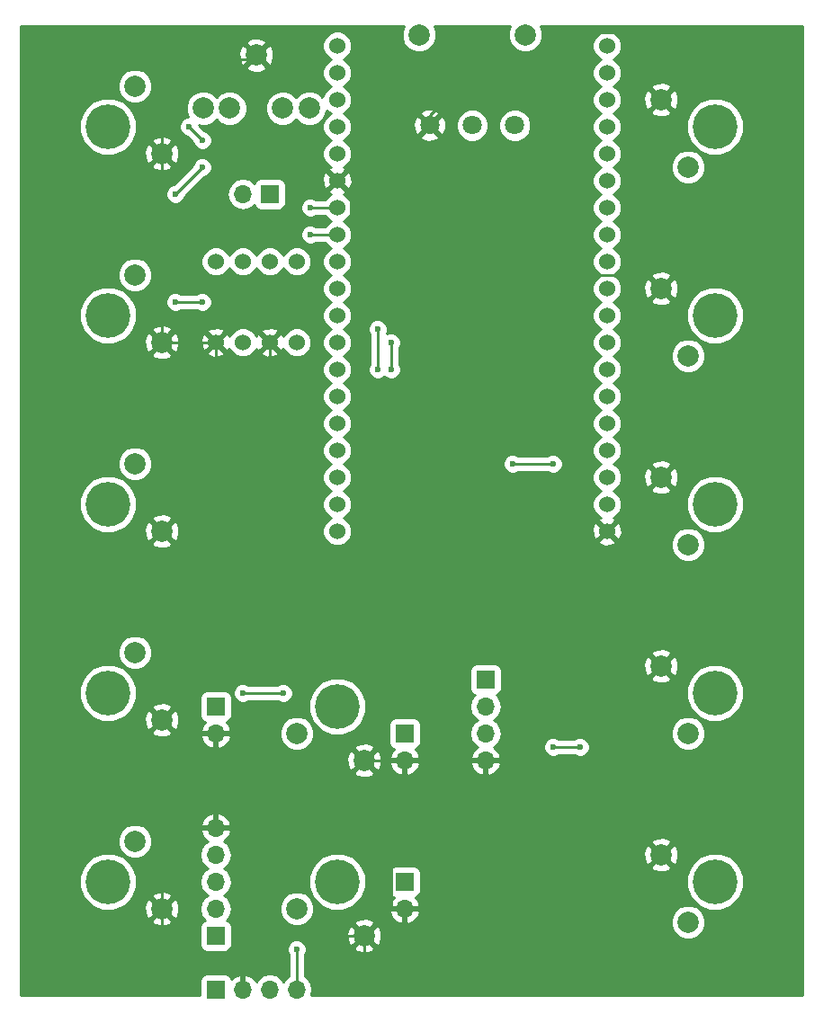
<source format=gbl>
G04 #@! TF.FileFunction,Copper,L2,Bot,Signal*
%FSLAX46Y46*%
G04 Gerber Fmt 4.6, Leading zero omitted, Abs format (unit mm)*
G04 Created by KiCad (PCBNEW 4.0.1-stable) date 2020/05/24 23:31:30*
%MOMM*%
G01*
G04 APERTURE LIST*
%ADD10C,0.100000*%
%ADD11C,1.524000*%
%ADD12C,2.000000*%
%ADD13C,1.800000*%
%ADD14C,4.200000*%
%ADD15R,1.700000X1.700000*%
%ADD16O,1.700000X1.700000*%
%ADD17C,0.600000*%
%ADD18C,0.250000*%
%ADD19C,0.254000*%
G04 APERTURE END LIST*
D10*
D11*
X140970000Y-85090000D03*
X166370000Y-85090000D03*
X140970000Y-87630000D03*
X140970000Y-90170000D03*
X140970000Y-92710000D03*
X140970000Y-95250000D03*
X140970000Y-97790000D03*
X140970000Y-82550000D03*
X140970000Y-80010000D03*
X140970000Y-77470000D03*
X140970000Y-74930000D03*
X140970000Y-72390000D03*
X140970000Y-69850000D03*
X140970000Y-67310000D03*
X140970000Y-100330000D03*
X140970000Y-102870000D03*
X140970000Y-64770000D03*
X140970000Y-105410000D03*
X140970000Y-107950000D03*
X140970000Y-62230000D03*
X166370000Y-62230000D03*
X166370000Y-64770000D03*
X166370000Y-67310000D03*
X166370000Y-69850000D03*
X166370000Y-72390000D03*
X166370000Y-74930000D03*
X166370000Y-77470000D03*
X166370000Y-80010000D03*
X166370000Y-82550000D03*
X166370000Y-87630000D03*
X166370000Y-90170000D03*
X166370000Y-92710000D03*
X166370000Y-95250000D03*
X166370000Y-97790000D03*
X166370000Y-100330000D03*
X166370000Y-102870000D03*
X166370000Y-105410000D03*
X166370000Y-107950000D03*
D12*
X158670000Y-61230000D03*
D13*
X157670000Y-69730000D03*
X153670000Y-69730000D03*
X149670000Y-69730000D03*
D12*
X148670000Y-61230000D03*
X121920000Y-66040000D03*
X124460000Y-72390000D03*
D14*
X119380000Y-69850000D03*
D15*
X129540000Y-151130000D03*
D16*
X132080000Y-151130000D03*
X134620000Y-151130000D03*
X137160000Y-151130000D03*
D15*
X134620000Y-76200000D03*
D16*
X132080000Y-76200000D03*
D12*
X133350000Y-63120000D03*
X138350000Y-68120000D03*
X135850000Y-68120000D03*
X130850000Y-68120000D03*
X128350000Y-68120000D03*
X121920000Y-83820000D03*
X124460000Y-90170000D03*
D14*
X119380000Y-87630000D03*
D12*
X121920000Y-101600000D03*
X124460000Y-107950000D03*
D14*
X119380000Y-105410000D03*
D12*
X121920000Y-119380000D03*
X124460000Y-125730000D03*
D14*
X119380000Y-123190000D03*
D12*
X121920000Y-137160000D03*
X124460000Y-143510000D03*
D14*
X119380000Y-140970000D03*
D12*
X173990000Y-73660000D03*
X171450000Y-67310000D03*
D14*
X176530000Y-69850000D03*
D12*
X173990000Y-91440000D03*
X171450000Y-85090000D03*
D14*
X176530000Y-87630000D03*
D12*
X173990000Y-109220000D03*
X171450000Y-102870000D03*
D14*
X176530000Y-105410000D03*
D12*
X173990000Y-127000000D03*
X171450000Y-120650000D03*
D14*
X176530000Y-123190000D03*
D12*
X173990000Y-144780000D03*
X171450000Y-138430000D03*
D14*
X176530000Y-140970000D03*
D12*
X137160000Y-143510000D03*
X143510000Y-146050000D03*
D14*
X140970000Y-140970000D03*
D12*
X137160000Y-127000000D03*
X143510000Y-129540000D03*
D14*
X140970000Y-124460000D03*
D15*
X129540000Y-124460000D03*
D16*
X129540000Y-127000000D03*
D15*
X147320000Y-127000000D03*
D16*
X147320000Y-129540000D03*
D15*
X147320000Y-140970000D03*
D16*
X147320000Y-143510000D03*
D15*
X154940000Y-121920000D03*
D16*
X154940000Y-124460000D03*
X154940000Y-127000000D03*
X154940000Y-129540000D03*
D11*
X137160000Y-90170000D03*
X134620000Y-90170000D03*
X132080000Y-90170000D03*
X129540000Y-90170000D03*
X137160000Y-82550000D03*
X134620000Y-82550000D03*
X132080000Y-82550000D03*
X129540000Y-82550000D03*
D15*
X129540000Y-146050000D03*
D16*
X129540000Y-143510000D03*
X129540000Y-140970000D03*
X129540000Y-138430000D03*
X129540000Y-135890000D03*
D17*
X137160000Y-147320000D03*
X132080000Y-123190000D03*
X135890000Y-123190000D03*
X144780000Y-92710000D03*
X144780000Y-88900000D03*
X146050000Y-92710000D03*
X146050000Y-90170000D03*
X161290000Y-128270000D03*
X163830000Y-128270000D03*
X125730000Y-76200000D03*
X128270000Y-73660000D03*
X138430000Y-77470000D03*
X125730000Y-86360000D03*
X128270000Y-86360000D03*
X138430000Y-80010000D03*
X127000000Y-69850000D03*
X128270000Y-71120000D03*
X161290000Y-101600000D03*
X157480000Y-101600000D03*
D18*
X129540000Y-135890000D02*
X129540000Y-127000000D01*
X143510000Y-146050000D02*
X133350000Y-146050000D01*
X132080000Y-147320000D02*
X130810000Y-148590000D01*
X133350000Y-146050000D02*
X132080000Y-147320000D01*
X124460000Y-143510000D02*
X124460000Y-137160000D01*
X125730000Y-135890000D02*
X129540000Y-135890000D01*
X124460000Y-137160000D02*
X125730000Y-135890000D01*
X132080000Y-151130000D02*
X132080000Y-149860000D01*
X132080000Y-149860000D02*
X130810000Y-148590000D01*
X124460000Y-146050000D02*
X124460000Y-143510000D01*
X130810000Y-148590000D02*
X127000000Y-148590000D01*
X127000000Y-148590000D02*
X124460000Y-146050000D01*
X147320000Y-129540000D02*
X154940000Y-129540000D01*
X124460000Y-72390000D02*
X124460000Y-64770000D01*
X125730000Y-63500000D02*
X132970000Y-63500000D01*
X124460000Y-64770000D02*
X125730000Y-63500000D01*
X132970000Y-63500000D02*
X133350000Y-63120000D01*
X149670000Y-69730000D02*
X149670000Y-68770000D01*
X160020000Y-66040000D02*
X163830000Y-62230000D01*
X152400000Y-66040000D02*
X160020000Y-66040000D01*
X149670000Y-68770000D02*
X152400000Y-66040000D01*
X171450000Y-67310000D02*
X170180000Y-66040000D01*
X165100000Y-60960000D02*
X163830000Y-62230000D01*
X168910000Y-60960000D02*
X165100000Y-60960000D01*
X170180000Y-62230000D02*
X168910000Y-60960000D01*
X170180000Y-66040000D02*
X170180000Y-62230000D01*
X124460000Y-90170000D02*
X124460000Y-72390000D01*
X129540000Y-90170000D02*
X129540000Y-91440000D01*
X134620000Y-91440000D02*
X134620000Y-90170000D01*
X133350000Y-92710000D02*
X134620000Y-91440000D01*
X130810000Y-92710000D02*
X133350000Y-92710000D01*
X129540000Y-91440000D02*
X130810000Y-92710000D01*
X124460000Y-90170000D02*
X129540000Y-90170000D01*
X140970000Y-74930000D02*
X142240000Y-76200000D01*
X170180000Y-83820000D02*
X171450000Y-85090000D01*
X147320000Y-83820000D02*
X170180000Y-83820000D01*
X142240000Y-78740000D02*
X147320000Y-83820000D01*
X142240000Y-76200000D02*
X142240000Y-78740000D01*
X146050000Y-143510000D02*
X147320000Y-143510000D01*
X147320000Y-129540000D02*
X143510000Y-129540000D01*
X166370000Y-107950000D02*
X171450000Y-102870000D01*
X143510000Y-146050000D02*
X146050000Y-143510000D01*
X146050000Y-137160000D02*
X146050000Y-132080000D01*
X146050000Y-143510000D02*
X146050000Y-137160000D01*
X146050000Y-132080000D02*
X143510000Y-129540000D01*
X115570000Y-109220000D02*
X113030000Y-106680000D01*
X123190000Y-91440000D02*
X124460000Y-90170000D01*
X115570000Y-91440000D02*
X123190000Y-91440000D01*
X113030000Y-93980000D02*
X115570000Y-91440000D01*
X113030000Y-95250000D02*
X113030000Y-93980000D01*
X113030000Y-106680000D02*
X113030000Y-95250000D01*
X115570000Y-127000000D02*
X115570000Y-125730000D01*
X123190000Y-109220000D02*
X124460000Y-107950000D01*
X115570000Y-109220000D02*
X123190000Y-109220000D01*
X113030000Y-111760000D02*
X115570000Y-109220000D01*
X113030000Y-123190000D02*
X113030000Y-111760000D01*
X115570000Y-125730000D02*
X113030000Y-123190000D01*
X124460000Y-143510000D02*
X121920000Y-146050000D01*
X123190000Y-127000000D02*
X124460000Y-125730000D01*
X115570000Y-127000000D02*
X123190000Y-127000000D01*
X113030000Y-129540000D02*
X115570000Y-127000000D01*
X113030000Y-143510000D02*
X113030000Y-129540000D01*
X115570000Y-146050000D02*
X113030000Y-143510000D01*
X121920000Y-146050000D02*
X115570000Y-146050000D01*
X180340000Y-137160000D02*
X182880000Y-139700000D01*
X143510000Y-149860000D02*
X143510000Y-146050000D01*
X144780000Y-151130000D02*
X143510000Y-149860000D01*
X181610000Y-151130000D02*
X144780000Y-151130000D01*
X182880000Y-149860000D02*
X181610000Y-151130000D01*
X182880000Y-139700000D02*
X182880000Y-149860000D01*
X181610000Y-119380000D02*
X182880000Y-120650000D01*
X172720000Y-137160000D02*
X171450000Y-138430000D01*
X180340000Y-137160000D02*
X172720000Y-137160000D01*
X182880000Y-134620000D02*
X180340000Y-137160000D01*
X182880000Y-120650000D02*
X182880000Y-134620000D01*
X180340000Y-101600000D02*
X182880000Y-104140000D01*
X172720000Y-119380000D02*
X171450000Y-120650000D01*
X181610000Y-119380000D02*
X172720000Y-119380000D01*
X182880000Y-118110000D02*
X181610000Y-119380000D01*
X182880000Y-104140000D02*
X182880000Y-118110000D01*
X180340000Y-83820000D02*
X182880000Y-86360000D01*
X172720000Y-101600000D02*
X171450000Y-102870000D01*
X180340000Y-101600000D02*
X172720000Y-101600000D01*
X182880000Y-99060000D02*
X180340000Y-101600000D01*
X182880000Y-86360000D02*
X182880000Y-99060000D01*
X171450000Y-67310000D02*
X172720000Y-66040000D01*
X172720000Y-83820000D02*
X171450000Y-85090000D01*
X180340000Y-83820000D02*
X172720000Y-83820000D01*
X182880000Y-81280000D02*
X180340000Y-83820000D01*
X182880000Y-67310000D02*
X182880000Y-81280000D01*
X181610000Y-66040000D02*
X182880000Y-67310000D01*
X172720000Y-66040000D02*
X181610000Y-66040000D01*
X137160000Y-147320000D02*
X137160000Y-151130000D01*
X135890000Y-123190000D02*
X132080000Y-123190000D01*
X144780000Y-88900000D02*
X144780000Y-92710000D01*
X146050000Y-92710000D02*
X146050000Y-90170000D01*
X163830000Y-128270000D02*
X161290000Y-128270000D01*
X140970000Y-77470000D02*
X138430000Y-77470000D01*
X128270000Y-73660000D02*
X125730000Y-76200000D01*
X140970000Y-80010000D02*
X138430000Y-80010000D01*
X128270000Y-86360000D02*
X125730000Y-86360000D01*
X128270000Y-71120000D02*
X127000000Y-69850000D01*
X161290000Y-101600000D02*
X157480000Y-101600000D01*
D19*
G36*
X147035284Y-60903352D02*
X147034716Y-61553795D01*
X147283106Y-62154943D01*
X147742637Y-62615278D01*
X148343352Y-62864716D01*
X148993795Y-62865284D01*
X149594943Y-62616894D01*
X150055278Y-62157363D01*
X150304716Y-61556648D01*
X150305284Y-60906205D01*
X150096124Y-60400000D01*
X157244293Y-60400000D01*
X157035284Y-60903352D01*
X157034716Y-61553795D01*
X157283106Y-62154943D01*
X157742637Y-62615278D01*
X158343352Y-62864716D01*
X158993795Y-62865284D01*
X159594943Y-62616894D01*
X159705368Y-62506661D01*
X164972758Y-62506661D01*
X165184990Y-63020303D01*
X165577630Y-63413629D01*
X165785512Y-63499949D01*
X165579697Y-63584990D01*
X165186371Y-63977630D01*
X164973243Y-64490900D01*
X164972758Y-65046661D01*
X165184990Y-65560303D01*
X165577630Y-65953629D01*
X165785512Y-66039949D01*
X165579697Y-66124990D01*
X165186371Y-66517630D01*
X164973243Y-67030900D01*
X164972758Y-67586661D01*
X165184990Y-68100303D01*
X165577630Y-68493629D01*
X165785512Y-68579949D01*
X165579697Y-68664990D01*
X165186371Y-69057630D01*
X164973243Y-69570900D01*
X164972758Y-70126661D01*
X165184990Y-70640303D01*
X165577630Y-71033629D01*
X165785512Y-71119949D01*
X165579697Y-71204990D01*
X165186371Y-71597630D01*
X164973243Y-72110900D01*
X164972758Y-72666661D01*
X165184990Y-73180303D01*
X165577630Y-73573629D01*
X165785512Y-73659949D01*
X165579697Y-73744990D01*
X165186371Y-74137630D01*
X164973243Y-74650900D01*
X164972758Y-75206661D01*
X165184990Y-75720303D01*
X165577630Y-76113629D01*
X165785512Y-76199949D01*
X165579697Y-76284990D01*
X165186371Y-76677630D01*
X164973243Y-77190900D01*
X164972758Y-77746661D01*
X165184990Y-78260303D01*
X165577630Y-78653629D01*
X165785512Y-78739949D01*
X165579697Y-78824990D01*
X165186371Y-79217630D01*
X164973243Y-79730900D01*
X164972758Y-80286661D01*
X165184990Y-80800303D01*
X165577630Y-81193629D01*
X165785512Y-81279949D01*
X165579697Y-81364990D01*
X165186371Y-81757630D01*
X164973243Y-82270900D01*
X164972758Y-82826661D01*
X165184990Y-83340303D01*
X165577630Y-83733629D01*
X165785512Y-83819949D01*
X165579697Y-83904990D01*
X165186371Y-84297630D01*
X164973243Y-84810900D01*
X164972758Y-85366661D01*
X165184990Y-85880303D01*
X165577630Y-86273629D01*
X165785512Y-86359949D01*
X165579697Y-86444990D01*
X165186371Y-86837630D01*
X164973243Y-87350900D01*
X164972758Y-87906661D01*
X165184990Y-88420303D01*
X165577630Y-88813629D01*
X165785512Y-88899949D01*
X165579697Y-88984990D01*
X165186371Y-89377630D01*
X164973243Y-89890900D01*
X164972758Y-90446661D01*
X165184990Y-90960303D01*
X165577630Y-91353629D01*
X165785512Y-91439949D01*
X165579697Y-91524990D01*
X165186371Y-91917630D01*
X164973243Y-92430900D01*
X164972758Y-92986661D01*
X165184990Y-93500303D01*
X165577630Y-93893629D01*
X165785512Y-93979949D01*
X165579697Y-94064990D01*
X165186371Y-94457630D01*
X164973243Y-94970900D01*
X164972758Y-95526661D01*
X165184990Y-96040303D01*
X165577630Y-96433629D01*
X165785512Y-96519949D01*
X165579697Y-96604990D01*
X165186371Y-96997630D01*
X164973243Y-97510900D01*
X164972758Y-98066661D01*
X165184990Y-98580303D01*
X165577630Y-98973629D01*
X165785512Y-99059949D01*
X165579697Y-99144990D01*
X165186371Y-99537630D01*
X164973243Y-100050900D01*
X164972758Y-100606661D01*
X165184990Y-101120303D01*
X165577630Y-101513629D01*
X165785512Y-101599949D01*
X165579697Y-101684990D01*
X165186371Y-102077630D01*
X164973243Y-102590900D01*
X164972758Y-103146661D01*
X165184990Y-103660303D01*
X165577630Y-104053629D01*
X165785512Y-104139949D01*
X165579697Y-104224990D01*
X165186371Y-104617630D01*
X164973243Y-105130900D01*
X164972758Y-105686661D01*
X165184990Y-106200303D01*
X165577630Y-106593629D01*
X165769727Y-106673395D01*
X165638857Y-106727603D01*
X165569392Y-106969787D01*
X166370000Y-107770395D01*
X167170608Y-106969787D01*
X167101143Y-106727603D01*
X166960682Y-106677491D01*
X167160303Y-106595010D01*
X167553629Y-106202370D01*
X167657741Y-105951638D01*
X173794526Y-105951638D01*
X174210028Y-106957229D01*
X174978724Y-107727268D01*
X175983588Y-108144524D01*
X177071638Y-108145474D01*
X178077229Y-107729972D01*
X178847268Y-106961276D01*
X179264524Y-105956412D01*
X179265474Y-104868362D01*
X178849972Y-103862771D01*
X178081276Y-103092732D01*
X177076412Y-102675476D01*
X175988362Y-102674526D01*
X174982771Y-103090028D01*
X174212732Y-103858724D01*
X173795476Y-104863588D01*
X173794526Y-105951638D01*
X167657741Y-105951638D01*
X167766757Y-105689100D01*
X167767242Y-105133339D01*
X167555010Y-104619697D01*
X167162370Y-104226371D01*
X166954488Y-104140051D01*
X167160303Y-104055010D01*
X167192837Y-104022532D01*
X170477073Y-104022532D01*
X170575736Y-104289387D01*
X171185461Y-104515908D01*
X171835460Y-104491856D01*
X172324264Y-104289387D01*
X172422927Y-104022532D01*
X171450000Y-103049605D01*
X170477073Y-104022532D01*
X167192837Y-104022532D01*
X167553629Y-103662370D01*
X167766757Y-103149100D01*
X167767231Y-102605461D01*
X169804092Y-102605461D01*
X169828144Y-103255460D01*
X170030613Y-103744264D01*
X170297468Y-103842927D01*
X171270395Y-102870000D01*
X171629605Y-102870000D01*
X172602532Y-103842927D01*
X172869387Y-103744264D01*
X173095908Y-103134539D01*
X173071856Y-102484540D01*
X172869387Y-101995736D01*
X172602532Y-101897073D01*
X171629605Y-102870000D01*
X171270395Y-102870000D01*
X170297468Y-101897073D01*
X170030613Y-101995736D01*
X169804092Y-102605461D01*
X167767231Y-102605461D01*
X167767242Y-102593339D01*
X167555010Y-102079697D01*
X167193413Y-101717468D01*
X170477073Y-101717468D01*
X171450000Y-102690395D01*
X172422927Y-101717468D01*
X172324264Y-101450613D01*
X171714539Y-101224092D01*
X171064540Y-101248144D01*
X170575736Y-101450613D01*
X170477073Y-101717468D01*
X167193413Y-101717468D01*
X167162370Y-101686371D01*
X166954488Y-101600051D01*
X167160303Y-101515010D01*
X167553629Y-101122370D01*
X167766757Y-100609100D01*
X167767242Y-100053339D01*
X167555010Y-99539697D01*
X167162370Y-99146371D01*
X166954488Y-99060051D01*
X167160303Y-98975010D01*
X167553629Y-98582370D01*
X167766757Y-98069100D01*
X167767242Y-97513339D01*
X167555010Y-96999697D01*
X167162370Y-96606371D01*
X166954488Y-96520051D01*
X167160303Y-96435010D01*
X167553629Y-96042370D01*
X167766757Y-95529100D01*
X167767242Y-94973339D01*
X167555010Y-94459697D01*
X167162370Y-94066371D01*
X166954488Y-93980051D01*
X167160303Y-93895010D01*
X167553629Y-93502370D01*
X167766757Y-92989100D01*
X167767242Y-92433339D01*
X167555010Y-91919697D01*
X167399380Y-91763795D01*
X172354716Y-91763795D01*
X172603106Y-92364943D01*
X173062637Y-92825278D01*
X173663352Y-93074716D01*
X174313795Y-93075284D01*
X174914943Y-92826894D01*
X175375278Y-92367363D01*
X175624716Y-91766648D01*
X175625284Y-91116205D01*
X175376894Y-90515057D01*
X174917363Y-90054722D01*
X174316648Y-89805284D01*
X173666205Y-89804716D01*
X173065057Y-90053106D01*
X172604722Y-90512637D01*
X172355284Y-91113352D01*
X172354716Y-91763795D01*
X167399380Y-91763795D01*
X167162370Y-91526371D01*
X166954488Y-91440051D01*
X167160303Y-91355010D01*
X167553629Y-90962370D01*
X167766757Y-90449100D01*
X167767242Y-89893339D01*
X167555010Y-89379697D01*
X167162370Y-88986371D01*
X166954488Y-88900051D01*
X167160303Y-88815010D01*
X167553629Y-88422370D01*
X167657741Y-88171638D01*
X173794526Y-88171638D01*
X174210028Y-89177229D01*
X174978724Y-89947268D01*
X175983588Y-90364524D01*
X177071638Y-90365474D01*
X178077229Y-89949972D01*
X178847268Y-89181276D01*
X179264524Y-88176412D01*
X179265474Y-87088362D01*
X178849972Y-86082771D01*
X178081276Y-85312732D01*
X177076412Y-84895476D01*
X175988362Y-84894526D01*
X174982771Y-85310028D01*
X174212732Y-86078724D01*
X173795476Y-87083588D01*
X173794526Y-88171638D01*
X167657741Y-88171638D01*
X167766757Y-87909100D01*
X167767242Y-87353339D01*
X167555010Y-86839697D01*
X167162370Y-86446371D01*
X166954488Y-86360051D01*
X167160303Y-86275010D01*
X167192837Y-86242532D01*
X170477073Y-86242532D01*
X170575736Y-86509387D01*
X171185461Y-86735908D01*
X171835460Y-86711856D01*
X172324264Y-86509387D01*
X172422927Y-86242532D01*
X171450000Y-85269605D01*
X170477073Y-86242532D01*
X167192837Y-86242532D01*
X167553629Y-85882370D01*
X167766757Y-85369100D01*
X167767231Y-84825461D01*
X169804092Y-84825461D01*
X169828144Y-85475460D01*
X170030613Y-85964264D01*
X170297468Y-86062927D01*
X171270395Y-85090000D01*
X171629605Y-85090000D01*
X172602532Y-86062927D01*
X172869387Y-85964264D01*
X173095908Y-85354539D01*
X173071856Y-84704540D01*
X172869387Y-84215736D01*
X172602532Y-84117073D01*
X171629605Y-85090000D01*
X171270395Y-85090000D01*
X170297468Y-84117073D01*
X170030613Y-84215736D01*
X169804092Y-84825461D01*
X167767231Y-84825461D01*
X167767242Y-84813339D01*
X167555010Y-84299697D01*
X167193413Y-83937468D01*
X170477073Y-83937468D01*
X171450000Y-84910395D01*
X172422927Y-83937468D01*
X172324264Y-83670613D01*
X171714539Y-83444092D01*
X171064540Y-83468144D01*
X170575736Y-83670613D01*
X170477073Y-83937468D01*
X167193413Y-83937468D01*
X167162370Y-83906371D01*
X166954488Y-83820051D01*
X167160303Y-83735010D01*
X167553629Y-83342370D01*
X167766757Y-82829100D01*
X167767242Y-82273339D01*
X167555010Y-81759697D01*
X167162370Y-81366371D01*
X166954488Y-81280051D01*
X167160303Y-81195010D01*
X167553629Y-80802370D01*
X167766757Y-80289100D01*
X167767242Y-79733339D01*
X167555010Y-79219697D01*
X167162370Y-78826371D01*
X166954488Y-78740051D01*
X167160303Y-78655010D01*
X167553629Y-78262370D01*
X167766757Y-77749100D01*
X167767242Y-77193339D01*
X167555010Y-76679697D01*
X167162370Y-76286371D01*
X166954488Y-76200051D01*
X167160303Y-76115010D01*
X167553629Y-75722370D01*
X167766757Y-75209100D01*
X167767242Y-74653339D01*
X167555010Y-74139697D01*
X167399380Y-73983795D01*
X172354716Y-73983795D01*
X172603106Y-74584943D01*
X173062637Y-75045278D01*
X173663352Y-75294716D01*
X174313795Y-75295284D01*
X174914943Y-75046894D01*
X175375278Y-74587363D01*
X175624716Y-73986648D01*
X175625284Y-73336205D01*
X175376894Y-72735057D01*
X174917363Y-72274722D01*
X174316648Y-72025284D01*
X173666205Y-72024716D01*
X173065057Y-72273106D01*
X172604722Y-72732637D01*
X172355284Y-73333352D01*
X172354716Y-73983795D01*
X167399380Y-73983795D01*
X167162370Y-73746371D01*
X166954488Y-73660051D01*
X167160303Y-73575010D01*
X167553629Y-73182370D01*
X167766757Y-72669100D01*
X167767242Y-72113339D01*
X167555010Y-71599697D01*
X167162370Y-71206371D01*
X166954488Y-71120051D01*
X167160303Y-71035010D01*
X167553629Y-70642370D01*
X167657741Y-70391638D01*
X173794526Y-70391638D01*
X174210028Y-71397229D01*
X174978724Y-72167268D01*
X175983588Y-72584524D01*
X177071638Y-72585474D01*
X178077229Y-72169972D01*
X178847268Y-71401276D01*
X179264524Y-70396412D01*
X179265474Y-69308362D01*
X178849972Y-68302771D01*
X178081276Y-67532732D01*
X177076412Y-67115476D01*
X175988362Y-67114526D01*
X174982771Y-67530028D01*
X174212732Y-68298724D01*
X173795476Y-69303588D01*
X173794526Y-70391638D01*
X167657741Y-70391638D01*
X167766757Y-70129100D01*
X167767242Y-69573339D01*
X167555010Y-69059697D01*
X167162370Y-68666371D01*
X166954488Y-68580051D01*
X167160303Y-68495010D01*
X167192837Y-68462532D01*
X170477073Y-68462532D01*
X170575736Y-68729387D01*
X171185461Y-68955908D01*
X171835460Y-68931856D01*
X172324264Y-68729387D01*
X172422927Y-68462532D01*
X171450000Y-67489605D01*
X170477073Y-68462532D01*
X167192837Y-68462532D01*
X167553629Y-68102370D01*
X167766757Y-67589100D01*
X167767231Y-67045461D01*
X169804092Y-67045461D01*
X169828144Y-67695460D01*
X170030613Y-68184264D01*
X170297468Y-68282927D01*
X171270395Y-67310000D01*
X171629605Y-67310000D01*
X172602532Y-68282927D01*
X172869387Y-68184264D01*
X173095908Y-67574539D01*
X173071856Y-66924540D01*
X172869387Y-66435736D01*
X172602532Y-66337073D01*
X171629605Y-67310000D01*
X171270395Y-67310000D01*
X170297468Y-66337073D01*
X170030613Y-66435736D01*
X169804092Y-67045461D01*
X167767231Y-67045461D01*
X167767242Y-67033339D01*
X167555010Y-66519697D01*
X167193413Y-66157468D01*
X170477073Y-66157468D01*
X171450000Y-67130395D01*
X172422927Y-66157468D01*
X172324264Y-65890613D01*
X171714539Y-65664092D01*
X171064540Y-65688144D01*
X170575736Y-65890613D01*
X170477073Y-66157468D01*
X167193413Y-66157468D01*
X167162370Y-66126371D01*
X166954488Y-66040051D01*
X167160303Y-65955010D01*
X167553629Y-65562370D01*
X167766757Y-65049100D01*
X167767242Y-64493339D01*
X167555010Y-63979697D01*
X167162370Y-63586371D01*
X166954488Y-63500051D01*
X167160303Y-63415010D01*
X167553629Y-63022370D01*
X167766757Y-62509100D01*
X167767242Y-61953339D01*
X167555010Y-61439697D01*
X167162370Y-61046371D01*
X166649100Y-60833243D01*
X166093339Y-60832758D01*
X165579697Y-61044990D01*
X165186371Y-61437630D01*
X164973243Y-61950900D01*
X164972758Y-62506661D01*
X159705368Y-62506661D01*
X160055278Y-62157363D01*
X160304716Y-61556648D01*
X160305284Y-60906205D01*
X160096124Y-60400000D01*
X184710000Y-60400000D01*
X184710000Y-151690000D01*
X138539396Y-151690000D01*
X138645000Y-151159093D01*
X138645000Y-151100907D01*
X138531961Y-150532622D01*
X138210054Y-150050853D01*
X137920000Y-149857046D01*
X137920000Y-147882463D01*
X137952192Y-147850327D01*
X138094838Y-147506799D01*
X138095103Y-147202532D01*
X142537073Y-147202532D01*
X142635736Y-147469387D01*
X143245461Y-147695908D01*
X143895460Y-147671856D01*
X144384264Y-147469387D01*
X144482927Y-147202532D01*
X143510000Y-146229605D01*
X142537073Y-147202532D01*
X138095103Y-147202532D01*
X138095162Y-147134833D01*
X137953117Y-146791057D01*
X137690327Y-146527808D01*
X137346799Y-146385162D01*
X136974833Y-146384838D01*
X136631057Y-146526883D01*
X136367808Y-146789673D01*
X136225162Y-147133201D01*
X136224838Y-147505167D01*
X136366883Y-147848943D01*
X136400000Y-147882118D01*
X136400000Y-149857046D01*
X136109946Y-150050853D01*
X135890000Y-150380026D01*
X135670054Y-150050853D01*
X135188285Y-149728946D01*
X134620000Y-149615907D01*
X134051715Y-149728946D01*
X133569946Y-150050853D01*
X133342298Y-150391553D01*
X133275183Y-150248642D01*
X132846924Y-149858355D01*
X132436890Y-149688524D01*
X132207000Y-149809845D01*
X132207000Y-151003000D01*
X132227000Y-151003000D01*
X132227000Y-151257000D01*
X132207000Y-151257000D01*
X132207000Y-151277000D01*
X131953000Y-151277000D01*
X131953000Y-151257000D01*
X131933000Y-151257000D01*
X131933000Y-151003000D01*
X131953000Y-151003000D01*
X131953000Y-149809845D01*
X131723110Y-149688524D01*
X131313076Y-149858355D01*
X131010063Y-150134501D01*
X130993162Y-150044683D01*
X130854090Y-149828559D01*
X130641890Y-149683569D01*
X130390000Y-149632560D01*
X128690000Y-149632560D01*
X128454683Y-149676838D01*
X128238559Y-149815910D01*
X128093569Y-150028110D01*
X128042560Y-150280000D01*
X128042560Y-151690000D01*
X111200000Y-151690000D01*
X111200000Y-144662532D01*
X123487073Y-144662532D01*
X123585736Y-144929387D01*
X124195461Y-145155908D01*
X124845460Y-145131856D01*
X125334264Y-144929387D01*
X125432927Y-144662532D01*
X124460000Y-143689605D01*
X123487073Y-144662532D01*
X111200000Y-144662532D01*
X111200000Y-141511638D01*
X116644526Y-141511638D01*
X117060028Y-142517229D01*
X117828724Y-143287268D01*
X118833588Y-143704524D01*
X119921638Y-143705474D01*
X120927229Y-143289972D01*
X120971817Y-143245461D01*
X122814092Y-143245461D01*
X122838144Y-143895460D01*
X123040613Y-144384264D01*
X123307468Y-144482927D01*
X124280395Y-143510000D01*
X124639605Y-143510000D01*
X125612532Y-144482927D01*
X125879387Y-144384264D01*
X126105908Y-143774539D01*
X126081856Y-143124540D01*
X125879387Y-142635736D01*
X125612532Y-142537073D01*
X124639605Y-143510000D01*
X124280395Y-143510000D01*
X123307468Y-142537073D01*
X123040613Y-142635736D01*
X122814092Y-143245461D01*
X120971817Y-143245461D01*
X121697268Y-142521276D01*
X121765287Y-142357468D01*
X123487073Y-142357468D01*
X124460000Y-143330395D01*
X125432927Y-142357468D01*
X125334264Y-142090613D01*
X124724539Y-141864092D01*
X124074540Y-141888144D01*
X123585736Y-142090613D01*
X123487073Y-142357468D01*
X121765287Y-142357468D01*
X122114524Y-141516412D01*
X122115474Y-140428362D01*
X121699972Y-139422771D01*
X120931276Y-138652732D01*
X119926412Y-138235476D01*
X118838362Y-138234526D01*
X117832771Y-138650028D01*
X117062732Y-139418724D01*
X116645476Y-140423588D01*
X116644526Y-141511638D01*
X111200000Y-141511638D01*
X111200000Y-137483795D01*
X120284716Y-137483795D01*
X120533106Y-138084943D01*
X120992637Y-138545278D01*
X121593352Y-138794716D01*
X122243795Y-138795284D01*
X122844943Y-138546894D01*
X122962041Y-138430000D01*
X128025907Y-138430000D01*
X128138946Y-138998285D01*
X128460853Y-139480054D01*
X128790026Y-139700000D01*
X128460853Y-139919946D01*
X128138946Y-140401715D01*
X128025907Y-140970000D01*
X128138946Y-141538285D01*
X128460853Y-142020054D01*
X128790026Y-142240000D01*
X128460853Y-142459946D01*
X128138946Y-142941715D01*
X128025907Y-143510000D01*
X128138946Y-144078285D01*
X128460853Y-144560054D01*
X128502452Y-144587850D01*
X128454683Y-144596838D01*
X128238559Y-144735910D01*
X128093569Y-144948110D01*
X128042560Y-145200000D01*
X128042560Y-146900000D01*
X128086838Y-147135317D01*
X128225910Y-147351441D01*
X128438110Y-147496431D01*
X128690000Y-147547440D01*
X130390000Y-147547440D01*
X130625317Y-147503162D01*
X130841441Y-147364090D01*
X130986431Y-147151890D01*
X131037440Y-146900000D01*
X131037440Y-145785461D01*
X141864092Y-145785461D01*
X141888144Y-146435460D01*
X142090613Y-146924264D01*
X142357468Y-147022927D01*
X143330395Y-146050000D01*
X143689605Y-146050000D01*
X144662532Y-147022927D01*
X144929387Y-146924264D01*
X145155908Y-146314539D01*
X145131856Y-145664540D01*
X144929387Y-145175736D01*
X144734808Y-145103795D01*
X172354716Y-145103795D01*
X172603106Y-145704943D01*
X173062637Y-146165278D01*
X173663352Y-146414716D01*
X174313795Y-146415284D01*
X174914943Y-146166894D01*
X175375278Y-145707363D01*
X175624716Y-145106648D01*
X175625284Y-144456205D01*
X175376894Y-143855057D01*
X174917363Y-143394722D01*
X174316648Y-143145284D01*
X173666205Y-143144716D01*
X173065057Y-143393106D01*
X172604722Y-143852637D01*
X172355284Y-144453352D01*
X172354716Y-145103795D01*
X144734808Y-145103795D01*
X144662532Y-145077073D01*
X143689605Y-146050000D01*
X143330395Y-146050000D01*
X142357468Y-145077073D01*
X142090613Y-145175736D01*
X141864092Y-145785461D01*
X131037440Y-145785461D01*
X131037440Y-145200000D01*
X130993162Y-144964683D01*
X130854090Y-144748559D01*
X130641890Y-144603569D01*
X130574459Y-144589914D01*
X130619147Y-144560054D01*
X130941054Y-144078285D01*
X130989686Y-143833795D01*
X135524716Y-143833795D01*
X135773106Y-144434943D01*
X136232637Y-144895278D01*
X136833352Y-145144716D01*
X137483795Y-145145284D01*
X138083553Y-144897468D01*
X142537073Y-144897468D01*
X143510000Y-145870395D01*
X144482927Y-144897468D01*
X144384264Y-144630613D01*
X143774539Y-144404092D01*
X143124540Y-144428144D01*
X142635736Y-144630613D01*
X142537073Y-144897468D01*
X138083553Y-144897468D01*
X138084943Y-144896894D01*
X138545278Y-144437363D01*
X138782158Y-143866890D01*
X145878524Y-143866890D01*
X146048355Y-144276924D01*
X146438642Y-144705183D01*
X146963108Y-144951486D01*
X147193000Y-144830819D01*
X147193000Y-143637000D01*
X147447000Y-143637000D01*
X147447000Y-144830819D01*
X147676892Y-144951486D01*
X148201358Y-144705183D01*
X148591645Y-144276924D01*
X148761476Y-143866890D01*
X148640155Y-143637000D01*
X147447000Y-143637000D01*
X147193000Y-143637000D01*
X145999845Y-143637000D01*
X145878524Y-143866890D01*
X138782158Y-143866890D01*
X138794716Y-143836648D01*
X138795284Y-143186205D01*
X138546894Y-142585057D01*
X138087363Y-142124722D01*
X137486648Y-141875284D01*
X136836205Y-141874716D01*
X136235057Y-142123106D01*
X135774722Y-142582637D01*
X135525284Y-143183352D01*
X135524716Y-143833795D01*
X130989686Y-143833795D01*
X131054093Y-143510000D01*
X130941054Y-142941715D01*
X130619147Y-142459946D01*
X130289974Y-142240000D01*
X130619147Y-142020054D01*
X130941054Y-141538285D01*
X130946354Y-141511638D01*
X138234526Y-141511638D01*
X138650028Y-142517229D01*
X139418724Y-143287268D01*
X140423588Y-143704524D01*
X141511638Y-143705474D01*
X142517229Y-143289972D01*
X143287268Y-142521276D01*
X143704524Y-141516412D01*
X143705474Y-140428362D01*
X143578062Y-140120000D01*
X145822560Y-140120000D01*
X145822560Y-141820000D01*
X145866838Y-142055317D01*
X146005910Y-142271441D01*
X146218110Y-142416431D01*
X146326107Y-142438301D01*
X146048355Y-142743076D01*
X145878524Y-143153110D01*
X145999845Y-143383000D01*
X147193000Y-143383000D01*
X147193000Y-143363000D01*
X147447000Y-143363000D01*
X147447000Y-143383000D01*
X148640155Y-143383000D01*
X148761476Y-143153110D01*
X148591645Y-142743076D01*
X148315499Y-142440063D01*
X148405317Y-142423162D01*
X148621441Y-142284090D01*
X148766431Y-142071890D01*
X148817440Y-141820000D01*
X148817440Y-141511638D01*
X173794526Y-141511638D01*
X174210028Y-142517229D01*
X174978724Y-143287268D01*
X175983588Y-143704524D01*
X177071638Y-143705474D01*
X178077229Y-143289972D01*
X178847268Y-142521276D01*
X179264524Y-141516412D01*
X179265474Y-140428362D01*
X178849972Y-139422771D01*
X178081276Y-138652732D01*
X177076412Y-138235476D01*
X175988362Y-138234526D01*
X174982771Y-138650028D01*
X174212732Y-139418724D01*
X173795476Y-140423588D01*
X173794526Y-141511638D01*
X148817440Y-141511638D01*
X148817440Y-140120000D01*
X148773162Y-139884683D01*
X148634090Y-139668559D01*
X148508186Y-139582532D01*
X170477073Y-139582532D01*
X170575736Y-139849387D01*
X171185461Y-140075908D01*
X171835460Y-140051856D01*
X172324264Y-139849387D01*
X172422927Y-139582532D01*
X171450000Y-138609605D01*
X170477073Y-139582532D01*
X148508186Y-139582532D01*
X148421890Y-139523569D01*
X148170000Y-139472560D01*
X146470000Y-139472560D01*
X146234683Y-139516838D01*
X146018559Y-139655910D01*
X145873569Y-139868110D01*
X145822560Y-140120000D01*
X143578062Y-140120000D01*
X143289972Y-139422771D01*
X142521276Y-138652732D01*
X141516412Y-138235476D01*
X140428362Y-138234526D01*
X139422771Y-138650028D01*
X138652732Y-139418724D01*
X138235476Y-140423588D01*
X138234526Y-141511638D01*
X130946354Y-141511638D01*
X131054093Y-140970000D01*
X130941054Y-140401715D01*
X130619147Y-139919946D01*
X130289974Y-139700000D01*
X130619147Y-139480054D01*
X130941054Y-138998285D01*
X131054093Y-138430000D01*
X131001473Y-138165461D01*
X169804092Y-138165461D01*
X169828144Y-138815460D01*
X170030613Y-139304264D01*
X170297468Y-139402927D01*
X171270395Y-138430000D01*
X171629605Y-138430000D01*
X172602532Y-139402927D01*
X172869387Y-139304264D01*
X173095908Y-138694539D01*
X173071856Y-138044540D01*
X172869387Y-137555736D01*
X172602532Y-137457073D01*
X171629605Y-138430000D01*
X171270395Y-138430000D01*
X170297468Y-137457073D01*
X170030613Y-137555736D01*
X169804092Y-138165461D01*
X131001473Y-138165461D01*
X130941054Y-137861715D01*
X130619147Y-137379946D01*
X130465778Y-137277468D01*
X170477073Y-137277468D01*
X171450000Y-138250395D01*
X172422927Y-137277468D01*
X172324264Y-137010613D01*
X171714539Y-136784092D01*
X171064540Y-136808144D01*
X170575736Y-137010613D01*
X170477073Y-137277468D01*
X130465778Y-137277468D01*
X130278447Y-137152298D01*
X130421358Y-137085183D01*
X130811645Y-136656924D01*
X130981476Y-136246890D01*
X130860155Y-136017000D01*
X129667000Y-136017000D01*
X129667000Y-136037000D01*
X129413000Y-136037000D01*
X129413000Y-136017000D01*
X128219845Y-136017000D01*
X128098524Y-136246890D01*
X128268355Y-136656924D01*
X128658642Y-137085183D01*
X128801553Y-137152298D01*
X128460853Y-137379946D01*
X128138946Y-137861715D01*
X128025907Y-138430000D01*
X122962041Y-138430000D01*
X123305278Y-138087363D01*
X123554716Y-137486648D01*
X123555284Y-136836205D01*
X123306894Y-136235057D01*
X122847363Y-135774722D01*
X122265496Y-135533110D01*
X128098524Y-135533110D01*
X128219845Y-135763000D01*
X129413000Y-135763000D01*
X129413000Y-134569181D01*
X129667000Y-134569181D01*
X129667000Y-135763000D01*
X130860155Y-135763000D01*
X130981476Y-135533110D01*
X130811645Y-135123076D01*
X130421358Y-134694817D01*
X129896892Y-134448514D01*
X129667000Y-134569181D01*
X129413000Y-134569181D01*
X129183108Y-134448514D01*
X128658642Y-134694817D01*
X128268355Y-135123076D01*
X128098524Y-135533110D01*
X122265496Y-135533110D01*
X122246648Y-135525284D01*
X121596205Y-135524716D01*
X120995057Y-135773106D01*
X120534722Y-136232637D01*
X120285284Y-136833352D01*
X120284716Y-137483795D01*
X111200000Y-137483795D01*
X111200000Y-130692532D01*
X142537073Y-130692532D01*
X142635736Y-130959387D01*
X143245461Y-131185908D01*
X143895460Y-131161856D01*
X144384264Y-130959387D01*
X144482927Y-130692532D01*
X143510000Y-129719605D01*
X142537073Y-130692532D01*
X111200000Y-130692532D01*
X111200000Y-129275461D01*
X141864092Y-129275461D01*
X141888144Y-129925460D01*
X142090613Y-130414264D01*
X142357468Y-130512927D01*
X143330395Y-129540000D01*
X143689605Y-129540000D01*
X144662532Y-130512927D01*
X144929387Y-130414264D01*
X145121598Y-129896890D01*
X145878524Y-129896890D01*
X146048355Y-130306924D01*
X146438642Y-130735183D01*
X146963108Y-130981486D01*
X147193000Y-130860819D01*
X147193000Y-129667000D01*
X147447000Y-129667000D01*
X147447000Y-130860819D01*
X147676892Y-130981486D01*
X148201358Y-130735183D01*
X148591645Y-130306924D01*
X148761476Y-129896890D01*
X153498524Y-129896890D01*
X153668355Y-130306924D01*
X154058642Y-130735183D01*
X154583108Y-130981486D01*
X154813000Y-130860819D01*
X154813000Y-129667000D01*
X155067000Y-129667000D01*
X155067000Y-130860819D01*
X155296892Y-130981486D01*
X155821358Y-130735183D01*
X156211645Y-130306924D01*
X156381476Y-129896890D01*
X156260155Y-129667000D01*
X155067000Y-129667000D01*
X154813000Y-129667000D01*
X153619845Y-129667000D01*
X153498524Y-129896890D01*
X148761476Y-129896890D01*
X148640155Y-129667000D01*
X147447000Y-129667000D01*
X147193000Y-129667000D01*
X145999845Y-129667000D01*
X145878524Y-129896890D01*
X145121598Y-129896890D01*
X145155908Y-129804539D01*
X145131856Y-129154540D01*
X144929387Y-128665736D01*
X144662532Y-128567073D01*
X143689605Y-129540000D01*
X143330395Y-129540000D01*
X142357468Y-128567073D01*
X142090613Y-128665736D01*
X141864092Y-129275461D01*
X111200000Y-129275461D01*
X111200000Y-126882532D01*
X123487073Y-126882532D01*
X123585736Y-127149387D01*
X124195461Y-127375908D01*
X124709417Y-127356890D01*
X128098524Y-127356890D01*
X128268355Y-127766924D01*
X128658642Y-128195183D01*
X129183108Y-128441486D01*
X129413000Y-128320819D01*
X129413000Y-127127000D01*
X129667000Y-127127000D01*
X129667000Y-128320819D01*
X129896892Y-128441486D01*
X130421358Y-128195183D01*
X130811645Y-127766924D01*
X130981476Y-127356890D01*
X130964011Y-127323795D01*
X135524716Y-127323795D01*
X135773106Y-127924943D01*
X136232637Y-128385278D01*
X136833352Y-128634716D01*
X137483795Y-128635284D01*
X138083553Y-128387468D01*
X142537073Y-128387468D01*
X143510000Y-129360395D01*
X144482927Y-128387468D01*
X144384264Y-128120613D01*
X143774539Y-127894092D01*
X143124540Y-127918144D01*
X142635736Y-128120613D01*
X142537073Y-128387468D01*
X138083553Y-128387468D01*
X138084943Y-128386894D01*
X138545278Y-127927363D01*
X138794716Y-127326648D01*
X138795284Y-126676205D01*
X138546894Y-126075057D01*
X138087363Y-125614722D01*
X137486648Y-125365284D01*
X136836205Y-125364716D01*
X136235057Y-125613106D01*
X135774722Y-126072637D01*
X135525284Y-126673352D01*
X135524716Y-127323795D01*
X130964011Y-127323795D01*
X130860155Y-127127000D01*
X129667000Y-127127000D01*
X129413000Y-127127000D01*
X128219845Y-127127000D01*
X128098524Y-127356890D01*
X124709417Y-127356890D01*
X124845460Y-127351856D01*
X125334264Y-127149387D01*
X125432927Y-126882532D01*
X124460000Y-125909605D01*
X123487073Y-126882532D01*
X111200000Y-126882532D01*
X111200000Y-123731638D01*
X116644526Y-123731638D01*
X117060028Y-124737229D01*
X117828724Y-125507268D01*
X118833588Y-125924524D01*
X119921638Y-125925474D01*
X120927229Y-125509972D01*
X120971817Y-125465461D01*
X122814092Y-125465461D01*
X122838144Y-126115460D01*
X123040613Y-126604264D01*
X123307468Y-126702927D01*
X124280395Y-125730000D01*
X124639605Y-125730000D01*
X125612532Y-126702927D01*
X125879387Y-126604264D01*
X126105908Y-125994539D01*
X126081856Y-125344540D01*
X125879387Y-124855736D01*
X125612532Y-124757073D01*
X124639605Y-125730000D01*
X124280395Y-125730000D01*
X123307468Y-124757073D01*
X123040613Y-124855736D01*
X122814092Y-125465461D01*
X120971817Y-125465461D01*
X121697268Y-124741276D01*
X121765287Y-124577468D01*
X123487073Y-124577468D01*
X124460000Y-125550395D01*
X125432927Y-124577468D01*
X125334264Y-124310613D01*
X124724539Y-124084092D01*
X124074540Y-124108144D01*
X123585736Y-124310613D01*
X123487073Y-124577468D01*
X121765287Y-124577468D01*
X122114524Y-123736412D01*
X122114634Y-123610000D01*
X128042560Y-123610000D01*
X128042560Y-125310000D01*
X128086838Y-125545317D01*
X128225910Y-125761441D01*
X128438110Y-125906431D01*
X128546107Y-125928301D01*
X128268355Y-126233076D01*
X128098524Y-126643110D01*
X128219845Y-126873000D01*
X129413000Y-126873000D01*
X129413000Y-126853000D01*
X129667000Y-126853000D01*
X129667000Y-126873000D01*
X130860155Y-126873000D01*
X130981476Y-126643110D01*
X130811645Y-126233076D01*
X130535499Y-125930063D01*
X130625317Y-125913162D01*
X130841441Y-125774090D01*
X130986431Y-125561890D01*
X131037440Y-125310000D01*
X131037440Y-125001638D01*
X138234526Y-125001638D01*
X138650028Y-126007229D01*
X139418724Y-126777268D01*
X140423588Y-127194524D01*
X141511638Y-127195474D01*
X142517229Y-126779972D01*
X143148301Y-126150000D01*
X145822560Y-126150000D01*
X145822560Y-127850000D01*
X145866838Y-128085317D01*
X146005910Y-128301441D01*
X146218110Y-128446431D01*
X146326107Y-128468301D01*
X146048355Y-128773076D01*
X145878524Y-129183110D01*
X145999845Y-129413000D01*
X147193000Y-129413000D01*
X147193000Y-129393000D01*
X147447000Y-129393000D01*
X147447000Y-129413000D01*
X148640155Y-129413000D01*
X148761476Y-129183110D01*
X148591645Y-128773076D01*
X148315499Y-128470063D01*
X148405317Y-128453162D01*
X148621441Y-128314090D01*
X148766431Y-128101890D01*
X148817440Y-127850000D01*
X148817440Y-126150000D01*
X148773162Y-125914683D01*
X148634090Y-125698559D01*
X148421890Y-125553569D01*
X148170000Y-125502560D01*
X146470000Y-125502560D01*
X146234683Y-125546838D01*
X146018559Y-125685910D01*
X145873569Y-125898110D01*
X145822560Y-126150000D01*
X143148301Y-126150000D01*
X143287268Y-126011276D01*
X143704524Y-125006412D01*
X143705001Y-124460000D01*
X153425907Y-124460000D01*
X153538946Y-125028285D01*
X153860853Y-125510054D01*
X154190026Y-125730000D01*
X153860853Y-125949946D01*
X153538946Y-126431715D01*
X153425907Y-127000000D01*
X153538946Y-127568285D01*
X153860853Y-128050054D01*
X154201553Y-128277702D01*
X154058642Y-128344817D01*
X153668355Y-128773076D01*
X153498524Y-129183110D01*
X153619845Y-129413000D01*
X154813000Y-129413000D01*
X154813000Y-129393000D01*
X155067000Y-129393000D01*
X155067000Y-129413000D01*
X156260155Y-129413000D01*
X156381476Y-129183110D01*
X156211645Y-128773076D01*
X155921924Y-128455167D01*
X160354838Y-128455167D01*
X160496883Y-128798943D01*
X160759673Y-129062192D01*
X161103201Y-129204838D01*
X161475167Y-129205162D01*
X161818943Y-129063117D01*
X161852118Y-129030000D01*
X163267537Y-129030000D01*
X163299673Y-129062192D01*
X163643201Y-129204838D01*
X164015167Y-129205162D01*
X164358943Y-129063117D01*
X164622192Y-128800327D01*
X164764838Y-128456799D01*
X164765162Y-128084833D01*
X164623117Y-127741057D01*
X164360327Y-127477808D01*
X164016799Y-127335162D01*
X163644833Y-127334838D01*
X163301057Y-127476883D01*
X163267882Y-127510000D01*
X161852463Y-127510000D01*
X161820327Y-127477808D01*
X161476799Y-127335162D01*
X161104833Y-127334838D01*
X160761057Y-127476883D01*
X160497808Y-127739673D01*
X160355162Y-128083201D01*
X160354838Y-128455167D01*
X155921924Y-128455167D01*
X155821358Y-128344817D01*
X155678447Y-128277702D01*
X156019147Y-128050054D01*
X156341054Y-127568285D01*
X156389686Y-127323795D01*
X172354716Y-127323795D01*
X172603106Y-127924943D01*
X173062637Y-128385278D01*
X173663352Y-128634716D01*
X174313795Y-128635284D01*
X174914943Y-128386894D01*
X175375278Y-127927363D01*
X175624716Y-127326648D01*
X175625284Y-126676205D01*
X175376894Y-126075057D01*
X174917363Y-125614722D01*
X174316648Y-125365284D01*
X173666205Y-125364716D01*
X173065057Y-125613106D01*
X172604722Y-126072637D01*
X172355284Y-126673352D01*
X172354716Y-127323795D01*
X156389686Y-127323795D01*
X156454093Y-127000000D01*
X156341054Y-126431715D01*
X156019147Y-125949946D01*
X155689974Y-125730000D01*
X156019147Y-125510054D01*
X156341054Y-125028285D01*
X156454093Y-124460000D01*
X156341054Y-123891715D01*
X156234095Y-123731638D01*
X173794526Y-123731638D01*
X174210028Y-124737229D01*
X174978724Y-125507268D01*
X175983588Y-125924524D01*
X177071638Y-125925474D01*
X178077229Y-125509972D01*
X178847268Y-124741276D01*
X179264524Y-123736412D01*
X179265474Y-122648362D01*
X178849972Y-121642771D01*
X178081276Y-120872732D01*
X177076412Y-120455476D01*
X175988362Y-120454526D01*
X174982771Y-120870028D01*
X174212732Y-121638724D01*
X173795476Y-122643588D01*
X173794526Y-123731638D01*
X156234095Y-123731638D01*
X156019147Y-123409946D01*
X155977548Y-123382150D01*
X156025317Y-123373162D01*
X156241441Y-123234090D01*
X156386431Y-123021890D01*
X156437440Y-122770000D01*
X156437440Y-121802532D01*
X170477073Y-121802532D01*
X170575736Y-122069387D01*
X171185461Y-122295908D01*
X171835460Y-122271856D01*
X172324264Y-122069387D01*
X172422927Y-121802532D01*
X171450000Y-120829605D01*
X170477073Y-121802532D01*
X156437440Y-121802532D01*
X156437440Y-121070000D01*
X156393162Y-120834683D01*
X156254090Y-120618559D01*
X156041890Y-120473569D01*
X155790000Y-120422560D01*
X154090000Y-120422560D01*
X153854683Y-120466838D01*
X153638559Y-120605910D01*
X153493569Y-120818110D01*
X153442560Y-121070000D01*
X153442560Y-122770000D01*
X153486838Y-123005317D01*
X153625910Y-123221441D01*
X153838110Y-123366431D01*
X153905541Y-123380086D01*
X153860853Y-123409946D01*
X153538946Y-123891715D01*
X153425907Y-124460000D01*
X143705001Y-124460000D01*
X143705474Y-123918362D01*
X143289972Y-122912771D01*
X142521276Y-122142732D01*
X141516412Y-121725476D01*
X140428362Y-121724526D01*
X139422771Y-122140028D01*
X138652732Y-122908724D01*
X138235476Y-123913588D01*
X138234526Y-125001638D01*
X131037440Y-125001638D01*
X131037440Y-123610000D01*
X130993254Y-123375167D01*
X131144838Y-123375167D01*
X131286883Y-123718943D01*
X131549673Y-123982192D01*
X131893201Y-124124838D01*
X132265167Y-124125162D01*
X132608943Y-123983117D01*
X132642118Y-123950000D01*
X135327537Y-123950000D01*
X135359673Y-123982192D01*
X135703201Y-124124838D01*
X136075167Y-124125162D01*
X136418943Y-123983117D01*
X136682192Y-123720327D01*
X136824838Y-123376799D01*
X136825162Y-123004833D01*
X136683117Y-122661057D01*
X136420327Y-122397808D01*
X136076799Y-122255162D01*
X135704833Y-122254838D01*
X135361057Y-122396883D01*
X135327882Y-122430000D01*
X132642463Y-122430000D01*
X132610327Y-122397808D01*
X132266799Y-122255162D01*
X131894833Y-122254838D01*
X131551057Y-122396883D01*
X131287808Y-122659673D01*
X131145162Y-123003201D01*
X131144838Y-123375167D01*
X130993254Y-123375167D01*
X130993162Y-123374683D01*
X130854090Y-123158559D01*
X130641890Y-123013569D01*
X130390000Y-122962560D01*
X128690000Y-122962560D01*
X128454683Y-123006838D01*
X128238559Y-123145910D01*
X128093569Y-123358110D01*
X128042560Y-123610000D01*
X122114634Y-123610000D01*
X122115474Y-122648362D01*
X121699972Y-121642771D01*
X120931276Y-120872732D01*
X119926412Y-120455476D01*
X118838362Y-120454526D01*
X117832771Y-120870028D01*
X117062732Y-121638724D01*
X116645476Y-122643588D01*
X116644526Y-123731638D01*
X111200000Y-123731638D01*
X111200000Y-119703795D01*
X120284716Y-119703795D01*
X120533106Y-120304943D01*
X120992637Y-120765278D01*
X121593352Y-121014716D01*
X122243795Y-121015284D01*
X122844943Y-120766894D01*
X123227043Y-120385461D01*
X169804092Y-120385461D01*
X169828144Y-121035460D01*
X170030613Y-121524264D01*
X170297468Y-121622927D01*
X171270395Y-120650000D01*
X171629605Y-120650000D01*
X172602532Y-121622927D01*
X172869387Y-121524264D01*
X173095908Y-120914539D01*
X173071856Y-120264540D01*
X172869387Y-119775736D01*
X172602532Y-119677073D01*
X171629605Y-120650000D01*
X171270395Y-120650000D01*
X170297468Y-119677073D01*
X170030613Y-119775736D01*
X169804092Y-120385461D01*
X123227043Y-120385461D01*
X123305278Y-120307363D01*
X123554716Y-119706648D01*
X123554898Y-119497468D01*
X170477073Y-119497468D01*
X171450000Y-120470395D01*
X172422927Y-119497468D01*
X172324264Y-119230613D01*
X171714539Y-119004092D01*
X171064540Y-119028144D01*
X170575736Y-119230613D01*
X170477073Y-119497468D01*
X123554898Y-119497468D01*
X123555284Y-119056205D01*
X123306894Y-118455057D01*
X122847363Y-117994722D01*
X122246648Y-117745284D01*
X121596205Y-117744716D01*
X120995057Y-117993106D01*
X120534722Y-118452637D01*
X120285284Y-119053352D01*
X120284716Y-119703795D01*
X111200000Y-119703795D01*
X111200000Y-109102532D01*
X123487073Y-109102532D01*
X123585736Y-109369387D01*
X124195461Y-109595908D01*
X124845460Y-109571856D01*
X124913205Y-109543795D01*
X172354716Y-109543795D01*
X172603106Y-110144943D01*
X173062637Y-110605278D01*
X173663352Y-110854716D01*
X174313795Y-110855284D01*
X174914943Y-110606894D01*
X175375278Y-110147363D01*
X175624716Y-109546648D01*
X175625284Y-108896205D01*
X175376894Y-108295057D01*
X174917363Y-107834722D01*
X174316648Y-107585284D01*
X173666205Y-107584716D01*
X173065057Y-107833106D01*
X172604722Y-108292637D01*
X172355284Y-108893352D01*
X172354716Y-109543795D01*
X124913205Y-109543795D01*
X125334264Y-109369387D01*
X125432927Y-109102532D01*
X124460000Y-108129605D01*
X123487073Y-109102532D01*
X111200000Y-109102532D01*
X111200000Y-105951638D01*
X116644526Y-105951638D01*
X117060028Y-106957229D01*
X117828724Y-107727268D01*
X118833588Y-108144524D01*
X119921638Y-108145474D01*
X120927229Y-107729972D01*
X120971817Y-107685461D01*
X122814092Y-107685461D01*
X122838144Y-108335460D01*
X123040613Y-108824264D01*
X123307468Y-108922927D01*
X124280395Y-107950000D01*
X124639605Y-107950000D01*
X125612532Y-108922927D01*
X125879387Y-108824264D01*
X126105908Y-108214539D01*
X126081856Y-107564540D01*
X125879387Y-107075736D01*
X125612532Y-106977073D01*
X124639605Y-107950000D01*
X124280395Y-107950000D01*
X123307468Y-106977073D01*
X123040613Y-107075736D01*
X122814092Y-107685461D01*
X120971817Y-107685461D01*
X121697268Y-106961276D01*
X121765287Y-106797468D01*
X123487073Y-106797468D01*
X124460000Y-107770395D01*
X125432927Y-106797468D01*
X125334264Y-106530613D01*
X124724539Y-106304092D01*
X124074540Y-106328144D01*
X123585736Y-106530613D01*
X123487073Y-106797468D01*
X121765287Y-106797468D01*
X122114524Y-105956412D01*
X122115474Y-104868362D01*
X121699972Y-103862771D01*
X120931276Y-103092732D01*
X119926412Y-102675476D01*
X118838362Y-102674526D01*
X117832771Y-103090028D01*
X117062732Y-103858724D01*
X116645476Y-104863588D01*
X116644526Y-105951638D01*
X111200000Y-105951638D01*
X111200000Y-101923795D01*
X120284716Y-101923795D01*
X120533106Y-102524943D01*
X120992637Y-102985278D01*
X121593352Y-103234716D01*
X122243795Y-103235284D01*
X122844943Y-102986894D01*
X123305278Y-102527363D01*
X123554716Y-101926648D01*
X123555284Y-101276205D01*
X123306894Y-100675057D01*
X122847363Y-100214722D01*
X122246648Y-99965284D01*
X121596205Y-99964716D01*
X120995057Y-100213106D01*
X120534722Y-100672637D01*
X120285284Y-101273352D01*
X120284716Y-101923795D01*
X111200000Y-101923795D01*
X111200000Y-91322532D01*
X123487073Y-91322532D01*
X123585736Y-91589387D01*
X124195461Y-91815908D01*
X124845460Y-91791856D01*
X125334264Y-91589387D01*
X125432927Y-91322532D01*
X125260608Y-91150213D01*
X128739392Y-91150213D01*
X128808857Y-91392397D01*
X129332302Y-91579144D01*
X129887368Y-91551362D01*
X130271143Y-91392397D01*
X130340608Y-91150213D01*
X129540000Y-90349605D01*
X128739392Y-91150213D01*
X125260608Y-91150213D01*
X124460000Y-90349605D01*
X123487073Y-91322532D01*
X111200000Y-91322532D01*
X111200000Y-88171638D01*
X116644526Y-88171638D01*
X117060028Y-89177229D01*
X117828724Y-89947268D01*
X118833588Y-90364524D01*
X119921638Y-90365474D01*
X120927229Y-89949972D01*
X120971817Y-89905461D01*
X122814092Y-89905461D01*
X122838144Y-90555460D01*
X123040613Y-91044264D01*
X123307468Y-91142927D01*
X124280395Y-90170000D01*
X124639605Y-90170000D01*
X125612532Y-91142927D01*
X125879387Y-91044264D01*
X126105908Y-90434539D01*
X126088434Y-89962302D01*
X128130856Y-89962302D01*
X128158638Y-90517368D01*
X128317603Y-90901143D01*
X128559787Y-90970608D01*
X129360395Y-90170000D01*
X129719605Y-90170000D01*
X130520213Y-90970608D01*
X130762397Y-90901143D01*
X130812509Y-90760682D01*
X130894990Y-90960303D01*
X131287630Y-91353629D01*
X131800900Y-91566757D01*
X132356661Y-91567242D01*
X132870303Y-91355010D01*
X133075457Y-91150213D01*
X133819392Y-91150213D01*
X133888857Y-91392397D01*
X134412302Y-91579144D01*
X134967368Y-91551362D01*
X135351143Y-91392397D01*
X135420608Y-91150213D01*
X134620000Y-90349605D01*
X133819392Y-91150213D01*
X133075457Y-91150213D01*
X133263629Y-90962370D01*
X133343395Y-90770273D01*
X133397603Y-90901143D01*
X133639787Y-90970608D01*
X134440395Y-90170000D01*
X134799605Y-90170000D01*
X135600213Y-90970608D01*
X135842397Y-90901143D01*
X135892509Y-90760682D01*
X135974990Y-90960303D01*
X136367630Y-91353629D01*
X136880900Y-91566757D01*
X137436661Y-91567242D01*
X137950303Y-91355010D01*
X138343629Y-90962370D01*
X138556757Y-90449100D01*
X138557242Y-89893339D01*
X138345010Y-89379697D01*
X137952370Y-88986371D01*
X137439100Y-88773243D01*
X136883339Y-88772758D01*
X136369697Y-88984990D01*
X135976371Y-89377630D01*
X135896605Y-89569727D01*
X135842397Y-89438857D01*
X135600213Y-89369392D01*
X134799605Y-90170000D01*
X134440395Y-90170000D01*
X133639787Y-89369392D01*
X133397603Y-89438857D01*
X133347491Y-89579318D01*
X133265010Y-89379697D01*
X133075432Y-89189787D01*
X133819392Y-89189787D01*
X134620000Y-89990395D01*
X135420608Y-89189787D01*
X135351143Y-88947603D01*
X134827698Y-88760856D01*
X134272632Y-88788638D01*
X133888857Y-88947603D01*
X133819392Y-89189787D01*
X133075432Y-89189787D01*
X132872370Y-88986371D01*
X132359100Y-88773243D01*
X131803339Y-88772758D01*
X131289697Y-88984990D01*
X130896371Y-89377630D01*
X130816605Y-89569727D01*
X130762397Y-89438857D01*
X130520213Y-89369392D01*
X129719605Y-90170000D01*
X129360395Y-90170000D01*
X128559787Y-89369392D01*
X128317603Y-89438857D01*
X128130856Y-89962302D01*
X126088434Y-89962302D01*
X126081856Y-89784540D01*
X125879387Y-89295736D01*
X125612532Y-89197073D01*
X124639605Y-90170000D01*
X124280395Y-90170000D01*
X123307468Y-89197073D01*
X123040613Y-89295736D01*
X122814092Y-89905461D01*
X120971817Y-89905461D01*
X121697268Y-89181276D01*
X121765287Y-89017468D01*
X123487073Y-89017468D01*
X124460000Y-89990395D01*
X125260608Y-89189787D01*
X128739392Y-89189787D01*
X129540000Y-89990395D01*
X130340608Y-89189787D01*
X130271143Y-88947603D01*
X129747698Y-88760856D01*
X129192632Y-88788638D01*
X128808857Y-88947603D01*
X128739392Y-89189787D01*
X125260608Y-89189787D01*
X125432927Y-89017468D01*
X125334264Y-88750613D01*
X124724539Y-88524092D01*
X124074540Y-88548144D01*
X123585736Y-88750613D01*
X123487073Y-89017468D01*
X121765287Y-89017468D01*
X122114524Y-88176412D01*
X122115474Y-87088362D01*
X121891031Y-86545167D01*
X124794838Y-86545167D01*
X124936883Y-86888943D01*
X125199673Y-87152192D01*
X125543201Y-87294838D01*
X125915167Y-87295162D01*
X126258943Y-87153117D01*
X126292118Y-87120000D01*
X127707537Y-87120000D01*
X127739673Y-87152192D01*
X128083201Y-87294838D01*
X128455167Y-87295162D01*
X128798943Y-87153117D01*
X129062192Y-86890327D01*
X129204838Y-86546799D01*
X129205162Y-86174833D01*
X129063117Y-85831057D01*
X128800327Y-85567808D01*
X128456799Y-85425162D01*
X128084833Y-85424838D01*
X127741057Y-85566883D01*
X127707882Y-85600000D01*
X126292463Y-85600000D01*
X126260327Y-85567808D01*
X125916799Y-85425162D01*
X125544833Y-85424838D01*
X125201057Y-85566883D01*
X124937808Y-85829673D01*
X124795162Y-86173201D01*
X124794838Y-86545167D01*
X121891031Y-86545167D01*
X121699972Y-86082771D01*
X120931276Y-85312732D01*
X119926412Y-84895476D01*
X118838362Y-84894526D01*
X117832771Y-85310028D01*
X117062732Y-86078724D01*
X116645476Y-87083588D01*
X116644526Y-88171638D01*
X111200000Y-88171638D01*
X111200000Y-84143795D01*
X120284716Y-84143795D01*
X120533106Y-84744943D01*
X120992637Y-85205278D01*
X121593352Y-85454716D01*
X122243795Y-85455284D01*
X122844943Y-85206894D01*
X123305278Y-84747363D01*
X123554716Y-84146648D01*
X123555284Y-83496205D01*
X123306894Y-82895057D01*
X123238618Y-82826661D01*
X128142758Y-82826661D01*
X128354990Y-83340303D01*
X128747630Y-83733629D01*
X129260900Y-83946757D01*
X129816661Y-83947242D01*
X130330303Y-83735010D01*
X130723629Y-83342370D01*
X130809949Y-83134488D01*
X130894990Y-83340303D01*
X131287630Y-83733629D01*
X131800900Y-83946757D01*
X132356661Y-83947242D01*
X132870303Y-83735010D01*
X133263629Y-83342370D01*
X133349949Y-83134488D01*
X133434990Y-83340303D01*
X133827630Y-83733629D01*
X134340900Y-83946757D01*
X134896661Y-83947242D01*
X135410303Y-83735010D01*
X135803629Y-83342370D01*
X135889949Y-83134488D01*
X135974990Y-83340303D01*
X136367630Y-83733629D01*
X136880900Y-83946757D01*
X137436661Y-83947242D01*
X137950303Y-83735010D01*
X138343629Y-83342370D01*
X138556757Y-82829100D01*
X138557242Y-82273339D01*
X138345010Y-81759697D01*
X137952370Y-81366371D01*
X137439100Y-81153243D01*
X136883339Y-81152758D01*
X136369697Y-81364990D01*
X135976371Y-81757630D01*
X135890051Y-81965512D01*
X135805010Y-81759697D01*
X135412370Y-81366371D01*
X134899100Y-81153243D01*
X134343339Y-81152758D01*
X133829697Y-81364990D01*
X133436371Y-81757630D01*
X133350051Y-81965512D01*
X133265010Y-81759697D01*
X132872370Y-81366371D01*
X132359100Y-81153243D01*
X131803339Y-81152758D01*
X131289697Y-81364990D01*
X130896371Y-81757630D01*
X130810051Y-81965512D01*
X130725010Y-81759697D01*
X130332370Y-81366371D01*
X129819100Y-81153243D01*
X129263339Y-81152758D01*
X128749697Y-81364990D01*
X128356371Y-81757630D01*
X128143243Y-82270900D01*
X128142758Y-82826661D01*
X123238618Y-82826661D01*
X122847363Y-82434722D01*
X122246648Y-82185284D01*
X121596205Y-82184716D01*
X120995057Y-82433106D01*
X120534722Y-82892637D01*
X120285284Y-83493352D01*
X120284716Y-84143795D01*
X111200000Y-84143795D01*
X111200000Y-76385167D01*
X124794838Y-76385167D01*
X124936883Y-76728943D01*
X125199673Y-76992192D01*
X125543201Y-77134838D01*
X125915167Y-77135162D01*
X126258943Y-76993117D01*
X126522192Y-76730327D01*
X126664838Y-76386799D01*
X126664879Y-76339923D01*
X126833895Y-76170907D01*
X130595000Y-76170907D01*
X130595000Y-76229093D01*
X130708039Y-76797378D01*
X131029946Y-77279147D01*
X131511715Y-77601054D01*
X132080000Y-77714093D01*
X132648285Y-77601054D01*
X133130054Y-77279147D01*
X133157850Y-77237548D01*
X133166838Y-77285317D01*
X133305910Y-77501441D01*
X133518110Y-77646431D01*
X133770000Y-77697440D01*
X135470000Y-77697440D01*
X135694661Y-77655167D01*
X137494838Y-77655167D01*
X137636883Y-77998943D01*
X137899673Y-78262192D01*
X138243201Y-78404838D01*
X138615167Y-78405162D01*
X138958943Y-78263117D01*
X138992118Y-78230000D01*
X139772469Y-78230000D01*
X139784990Y-78260303D01*
X140177630Y-78653629D01*
X140385512Y-78739949D01*
X140179697Y-78824990D01*
X139786371Y-79217630D01*
X139772930Y-79250000D01*
X138992463Y-79250000D01*
X138960327Y-79217808D01*
X138616799Y-79075162D01*
X138244833Y-79074838D01*
X137901057Y-79216883D01*
X137637808Y-79479673D01*
X137495162Y-79823201D01*
X137494838Y-80195167D01*
X137636883Y-80538943D01*
X137899673Y-80802192D01*
X138243201Y-80944838D01*
X138615167Y-80945162D01*
X138958943Y-80803117D01*
X138992118Y-80770000D01*
X139772469Y-80770000D01*
X139784990Y-80800303D01*
X140177630Y-81193629D01*
X140385512Y-81279949D01*
X140179697Y-81364990D01*
X139786371Y-81757630D01*
X139573243Y-82270900D01*
X139572758Y-82826661D01*
X139784990Y-83340303D01*
X140177630Y-83733629D01*
X140385512Y-83819949D01*
X140179697Y-83904990D01*
X139786371Y-84297630D01*
X139573243Y-84810900D01*
X139572758Y-85366661D01*
X139784990Y-85880303D01*
X140177630Y-86273629D01*
X140385512Y-86359949D01*
X140179697Y-86444990D01*
X139786371Y-86837630D01*
X139573243Y-87350900D01*
X139572758Y-87906661D01*
X139784990Y-88420303D01*
X140177630Y-88813629D01*
X140385512Y-88899949D01*
X140179697Y-88984990D01*
X139786371Y-89377630D01*
X139573243Y-89890900D01*
X139572758Y-90446661D01*
X139784990Y-90960303D01*
X140177630Y-91353629D01*
X140385512Y-91439949D01*
X140179697Y-91524990D01*
X139786371Y-91917630D01*
X139573243Y-92430900D01*
X139572758Y-92986661D01*
X139784990Y-93500303D01*
X140177630Y-93893629D01*
X140385512Y-93979949D01*
X140179697Y-94064990D01*
X139786371Y-94457630D01*
X139573243Y-94970900D01*
X139572758Y-95526661D01*
X139784990Y-96040303D01*
X140177630Y-96433629D01*
X140385512Y-96519949D01*
X140179697Y-96604990D01*
X139786371Y-96997630D01*
X139573243Y-97510900D01*
X139572758Y-98066661D01*
X139784990Y-98580303D01*
X140177630Y-98973629D01*
X140385512Y-99059949D01*
X140179697Y-99144990D01*
X139786371Y-99537630D01*
X139573243Y-100050900D01*
X139572758Y-100606661D01*
X139784990Y-101120303D01*
X140177630Y-101513629D01*
X140385512Y-101599949D01*
X140179697Y-101684990D01*
X139786371Y-102077630D01*
X139573243Y-102590900D01*
X139572758Y-103146661D01*
X139784990Y-103660303D01*
X140177630Y-104053629D01*
X140385512Y-104139949D01*
X140179697Y-104224990D01*
X139786371Y-104617630D01*
X139573243Y-105130900D01*
X139572758Y-105686661D01*
X139784990Y-106200303D01*
X140177630Y-106593629D01*
X140385512Y-106679949D01*
X140179697Y-106764990D01*
X139786371Y-107157630D01*
X139573243Y-107670900D01*
X139572758Y-108226661D01*
X139784990Y-108740303D01*
X140177630Y-109133629D01*
X140690900Y-109346757D01*
X141246661Y-109347242D01*
X141760303Y-109135010D01*
X141965457Y-108930213D01*
X165569392Y-108930213D01*
X165638857Y-109172397D01*
X166162302Y-109359144D01*
X166717368Y-109331362D01*
X167101143Y-109172397D01*
X167170608Y-108930213D01*
X166370000Y-108129605D01*
X165569392Y-108930213D01*
X141965457Y-108930213D01*
X142153629Y-108742370D01*
X142366757Y-108229100D01*
X142367181Y-107742302D01*
X164960856Y-107742302D01*
X164988638Y-108297368D01*
X165147603Y-108681143D01*
X165389787Y-108750608D01*
X166190395Y-107950000D01*
X166549605Y-107950000D01*
X167350213Y-108750608D01*
X167592397Y-108681143D01*
X167779144Y-108157698D01*
X167751362Y-107602632D01*
X167592397Y-107218857D01*
X167350213Y-107149392D01*
X166549605Y-107950000D01*
X166190395Y-107950000D01*
X165389787Y-107149392D01*
X165147603Y-107218857D01*
X164960856Y-107742302D01*
X142367181Y-107742302D01*
X142367242Y-107673339D01*
X142155010Y-107159697D01*
X141762370Y-106766371D01*
X141554488Y-106680051D01*
X141760303Y-106595010D01*
X142153629Y-106202370D01*
X142366757Y-105689100D01*
X142367242Y-105133339D01*
X142155010Y-104619697D01*
X141762370Y-104226371D01*
X141554488Y-104140051D01*
X141760303Y-104055010D01*
X142153629Y-103662370D01*
X142366757Y-103149100D01*
X142367242Y-102593339D01*
X142155010Y-102079697D01*
X141860994Y-101785167D01*
X156544838Y-101785167D01*
X156686883Y-102128943D01*
X156949673Y-102392192D01*
X157293201Y-102534838D01*
X157665167Y-102535162D01*
X158008943Y-102393117D01*
X158042118Y-102360000D01*
X160727537Y-102360000D01*
X160759673Y-102392192D01*
X161103201Y-102534838D01*
X161475167Y-102535162D01*
X161818943Y-102393117D01*
X162082192Y-102130327D01*
X162224838Y-101786799D01*
X162225162Y-101414833D01*
X162083117Y-101071057D01*
X161820327Y-100807808D01*
X161476799Y-100665162D01*
X161104833Y-100664838D01*
X160761057Y-100806883D01*
X160727882Y-100840000D01*
X158042463Y-100840000D01*
X158010327Y-100807808D01*
X157666799Y-100665162D01*
X157294833Y-100664838D01*
X156951057Y-100806883D01*
X156687808Y-101069673D01*
X156545162Y-101413201D01*
X156544838Y-101785167D01*
X141860994Y-101785167D01*
X141762370Y-101686371D01*
X141554488Y-101600051D01*
X141760303Y-101515010D01*
X142153629Y-101122370D01*
X142366757Y-100609100D01*
X142367242Y-100053339D01*
X142155010Y-99539697D01*
X141762370Y-99146371D01*
X141554488Y-99060051D01*
X141760303Y-98975010D01*
X142153629Y-98582370D01*
X142366757Y-98069100D01*
X142367242Y-97513339D01*
X142155010Y-96999697D01*
X141762370Y-96606371D01*
X141554488Y-96520051D01*
X141760303Y-96435010D01*
X142153629Y-96042370D01*
X142366757Y-95529100D01*
X142367242Y-94973339D01*
X142155010Y-94459697D01*
X141762370Y-94066371D01*
X141554488Y-93980051D01*
X141760303Y-93895010D01*
X142153629Y-93502370D01*
X142366757Y-92989100D01*
X142367242Y-92433339D01*
X142155010Y-91919697D01*
X141762370Y-91526371D01*
X141554488Y-91440051D01*
X141760303Y-91355010D01*
X142153629Y-90962370D01*
X142366757Y-90449100D01*
X142367242Y-89893339D01*
X142155010Y-89379697D01*
X141860994Y-89085167D01*
X143844838Y-89085167D01*
X143986883Y-89428943D01*
X144020000Y-89462118D01*
X144020000Y-92147537D01*
X143987808Y-92179673D01*
X143845162Y-92523201D01*
X143844838Y-92895167D01*
X143986883Y-93238943D01*
X144249673Y-93502192D01*
X144593201Y-93644838D01*
X144965167Y-93645162D01*
X145308943Y-93503117D01*
X145414954Y-93397290D01*
X145519673Y-93502192D01*
X145863201Y-93644838D01*
X146235167Y-93645162D01*
X146578943Y-93503117D01*
X146842192Y-93240327D01*
X146984838Y-92896799D01*
X146985162Y-92524833D01*
X146843117Y-92181057D01*
X146810000Y-92147882D01*
X146810000Y-90732463D01*
X146842192Y-90700327D01*
X146984838Y-90356799D01*
X146985162Y-89984833D01*
X146843117Y-89641057D01*
X146580327Y-89377808D01*
X146236799Y-89235162D01*
X145864833Y-89234838D01*
X145609570Y-89340310D01*
X145714838Y-89086799D01*
X145715162Y-88714833D01*
X145573117Y-88371057D01*
X145310327Y-88107808D01*
X144966799Y-87965162D01*
X144594833Y-87964838D01*
X144251057Y-88106883D01*
X143987808Y-88369673D01*
X143845162Y-88713201D01*
X143844838Y-89085167D01*
X141860994Y-89085167D01*
X141762370Y-88986371D01*
X141554488Y-88900051D01*
X141760303Y-88815010D01*
X142153629Y-88422370D01*
X142366757Y-87909100D01*
X142367242Y-87353339D01*
X142155010Y-86839697D01*
X141762370Y-86446371D01*
X141554488Y-86360051D01*
X141760303Y-86275010D01*
X142153629Y-85882370D01*
X142366757Y-85369100D01*
X142367242Y-84813339D01*
X142155010Y-84299697D01*
X141762370Y-83906371D01*
X141554488Y-83820051D01*
X141760303Y-83735010D01*
X142153629Y-83342370D01*
X142366757Y-82829100D01*
X142367242Y-82273339D01*
X142155010Y-81759697D01*
X141762370Y-81366371D01*
X141554488Y-81280051D01*
X141760303Y-81195010D01*
X142153629Y-80802370D01*
X142366757Y-80289100D01*
X142367242Y-79733339D01*
X142155010Y-79219697D01*
X141762370Y-78826371D01*
X141554488Y-78740051D01*
X141760303Y-78655010D01*
X142153629Y-78262370D01*
X142366757Y-77749100D01*
X142367242Y-77193339D01*
X142155010Y-76679697D01*
X141762370Y-76286371D01*
X141570273Y-76206605D01*
X141701143Y-76152397D01*
X141770608Y-75910213D01*
X140970000Y-75109605D01*
X140169392Y-75910213D01*
X140238857Y-76152397D01*
X140379318Y-76202509D01*
X140179697Y-76284990D01*
X139786371Y-76677630D01*
X139772930Y-76710000D01*
X138992463Y-76710000D01*
X138960327Y-76677808D01*
X138616799Y-76535162D01*
X138244833Y-76534838D01*
X137901057Y-76676883D01*
X137637808Y-76939673D01*
X137495162Y-77283201D01*
X137494838Y-77655167D01*
X135694661Y-77655167D01*
X135705317Y-77653162D01*
X135921441Y-77514090D01*
X136066431Y-77301890D01*
X136117440Y-77050000D01*
X136117440Y-75350000D01*
X136073162Y-75114683D01*
X135934090Y-74898559D01*
X135721890Y-74753569D01*
X135567489Y-74722302D01*
X139560856Y-74722302D01*
X139588638Y-75277368D01*
X139747603Y-75661143D01*
X139989787Y-75730608D01*
X140790395Y-74930000D01*
X141149605Y-74930000D01*
X141950213Y-75730608D01*
X142192397Y-75661143D01*
X142379144Y-75137698D01*
X142351362Y-74582632D01*
X142192397Y-74198857D01*
X141950213Y-74129392D01*
X141149605Y-74930000D01*
X140790395Y-74930000D01*
X139989787Y-74129392D01*
X139747603Y-74198857D01*
X139560856Y-74722302D01*
X135567489Y-74722302D01*
X135470000Y-74702560D01*
X133770000Y-74702560D01*
X133534683Y-74746838D01*
X133318559Y-74885910D01*
X133173569Y-75098110D01*
X133159914Y-75165541D01*
X133130054Y-75120853D01*
X132648285Y-74798946D01*
X132080000Y-74685907D01*
X131511715Y-74798946D01*
X131029946Y-75120853D01*
X130708039Y-75602622D01*
X130595000Y-76170907D01*
X126833895Y-76170907D01*
X128409680Y-74595122D01*
X128455167Y-74595162D01*
X128798943Y-74453117D01*
X129062192Y-74190327D01*
X129204838Y-73846799D01*
X129205162Y-73474833D01*
X129063117Y-73131057D01*
X128800327Y-72867808D01*
X128456799Y-72725162D01*
X128084833Y-72724838D01*
X127741057Y-72866883D01*
X127477808Y-73129673D01*
X127335162Y-73473201D01*
X127335121Y-73520077D01*
X125590320Y-75264878D01*
X125544833Y-75264838D01*
X125201057Y-75406883D01*
X124937808Y-75669673D01*
X124795162Y-76013201D01*
X124794838Y-76385167D01*
X111200000Y-76385167D01*
X111200000Y-73542532D01*
X123487073Y-73542532D01*
X123585736Y-73809387D01*
X124195461Y-74035908D01*
X124845460Y-74011856D01*
X125334264Y-73809387D01*
X125432927Y-73542532D01*
X124460000Y-72569605D01*
X123487073Y-73542532D01*
X111200000Y-73542532D01*
X111200000Y-70391638D01*
X116644526Y-70391638D01*
X117060028Y-71397229D01*
X117828724Y-72167268D01*
X118833588Y-72584524D01*
X119921638Y-72585474D01*
X120927229Y-72169972D01*
X120971817Y-72125461D01*
X122814092Y-72125461D01*
X122838144Y-72775460D01*
X123040613Y-73264264D01*
X123307468Y-73362927D01*
X124280395Y-72390000D01*
X124639605Y-72390000D01*
X125612532Y-73362927D01*
X125879387Y-73264264D01*
X126105908Y-72654539D01*
X126081856Y-72004540D01*
X125879387Y-71515736D01*
X125612532Y-71417073D01*
X124639605Y-72390000D01*
X124280395Y-72390000D01*
X123307468Y-71417073D01*
X123040613Y-71515736D01*
X122814092Y-72125461D01*
X120971817Y-72125461D01*
X121697268Y-71401276D01*
X121765287Y-71237468D01*
X123487073Y-71237468D01*
X124460000Y-72210395D01*
X125432927Y-71237468D01*
X125334264Y-70970613D01*
X124724539Y-70744092D01*
X124074540Y-70768144D01*
X123585736Y-70970613D01*
X123487073Y-71237468D01*
X121765287Y-71237468D01*
X122114524Y-70396412D01*
X122114839Y-70035167D01*
X126064838Y-70035167D01*
X126206883Y-70378943D01*
X126469673Y-70642192D01*
X126813201Y-70784838D01*
X126860077Y-70784879D01*
X127334878Y-71259680D01*
X127334838Y-71305167D01*
X127476883Y-71648943D01*
X127739673Y-71912192D01*
X128083201Y-72054838D01*
X128455167Y-72055162D01*
X128798943Y-71913117D01*
X129062192Y-71650327D01*
X129204838Y-71306799D01*
X129205162Y-70934833D01*
X129063117Y-70591057D01*
X128800327Y-70327808D01*
X128456799Y-70185162D01*
X128409923Y-70185121D01*
X127948392Y-69723590D01*
X128023352Y-69754716D01*
X128673795Y-69755284D01*
X129274943Y-69506894D01*
X129600164Y-69182241D01*
X129922637Y-69505278D01*
X130523352Y-69754716D01*
X131173795Y-69755284D01*
X131774943Y-69506894D01*
X132235278Y-69047363D01*
X132484716Y-68446648D01*
X132484718Y-68443795D01*
X134214716Y-68443795D01*
X134463106Y-69044943D01*
X134922637Y-69505278D01*
X135523352Y-69754716D01*
X136173795Y-69755284D01*
X136774943Y-69506894D01*
X137100164Y-69182241D01*
X137422637Y-69505278D01*
X138023352Y-69754716D01*
X138673795Y-69755284D01*
X139274943Y-69506894D01*
X139735278Y-69047363D01*
X139984716Y-68446648D01*
X139984844Y-68300506D01*
X140177630Y-68493629D01*
X140385512Y-68579949D01*
X140179697Y-68664990D01*
X139786371Y-69057630D01*
X139573243Y-69570900D01*
X139572758Y-70126661D01*
X139784990Y-70640303D01*
X140177630Y-71033629D01*
X140385512Y-71119949D01*
X140179697Y-71204990D01*
X139786371Y-71597630D01*
X139573243Y-72110900D01*
X139572758Y-72666661D01*
X139784990Y-73180303D01*
X140177630Y-73573629D01*
X140369727Y-73653395D01*
X140238857Y-73707603D01*
X140169392Y-73949787D01*
X140970000Y-74750395D01*
X141770608Y-73949787D01*
X141701143Y-73707603D01*
X141560682Y-73657491D01*
X141760303Y-73575010D01*
X142153629Y-73182370D01*
X142366757Y-72669100D01*
X142367242Y-72113339D01*
X142155010Y-71599697D01*
X141762370Y-71206371D01*
X141554488Y-71120051D01*
X141760303Y-71035010D01*
X141985546Y-70810159D01*
X148769446Y-70810159D01*
X148855852Y-71066643D01*
X149429336Y-71276458D01*
X150039460Y-71250839D01*
X150484148Y-71066643D01*
X150570554Y-70810159D01*
X149670000Y-69909605D01*
X148769446Y-70810159D01*
X141985546Y-70810159D01*
X142153629Y-70642370D01*
X142366757Y-70129100D01*
X142367242Y-69573339D01*
X142332533Y-69489336D01*
X148123542Y-69489336D01*
X148149161Y-70099460D01*
X148333357Y-70544148D01*
X148589841Y-70630554D01*
X149490395Y-69730000D01*
X149849605Y-69730000D01*
X150750159Y-70630554D01*
X151006643Y-70544148D01*
X151193289Y-70033991D01*
X152134735Y-70033991D01*
X152367932Y-70598371D01*
X152799357Y-71030551D01*
X153363330Y-71264733D01*
X153973991Y-71265265D01*
X154538371Y-71032068D01*
X154970551Y-70600643D01*
X155204733Y-70036670D01*
X155204735Y-70033991D01*
X156134735Y-70033991D01*
X156367932Y-70598371D01*
X156799357Y-71030551D01*
X157363330Y-71264733D01*
X157973991Y-71265265D01*
X158538371Y-71032068D01*
X158970551Y-70600643D01*
X159204733Y-70036670D01*
X159205265Y-69426009D01*
X158972068Y-68861629D01*
X158540643Y-68429449D01*
X157976670Y-68195267D01*
X157366009Y-68194735D01*
X156801629Y-68427932D01*
X156369449Y-68859357D01*
X156135267Y-69423330D01*
X156134735Y-70033991D01*
X155204735Y-70033991D01*
X155205265Y-69426009D01*
X154972068Y-68861629D01*
X154540643Y-68429449D01*
X153976670Y-68195267D01*
X153366009Y-68194735D01*
X152801629Y-68427932D01*
X152369449Y-68859357D01*
X152135267Y-69423330D01*
X152134735Y-70033991D01*
X151193289Y-70033991D01*
X151216458Y-69970664D01*
X151190839Y-69360540D01*
X151006643Y-68915852D01*
X150750159Y-68829446D01*
X149849605Y-69730000D01*
X149490395Y-69730000D01*
X148589841Y-68829446D01*
X148333357Y-68915852D01*
X148123542Y-69489336D01*
X142332533Y-69489336D01*
X142155010Y-69059697D01*
X141762370Y-68666371D01*
X141722562Y-68649841D01*
X148769446Y-68649841D01*
X149670000Y-69550395D01*
X150570554Y-68649841D01*
X150484148Y-68393357D01*
X149910664Y-68183542D01*
X149300540Y-68209161D01*
X148855852Y-68393357D01*
X148769446Y-68649841D01*
X141722562Y-68649841D01*
X141554488Y-68580051D01*
X141760303Y-68495010D01*
X142153629Y-68102370D01*
X142366757Y-67589100D01*
X142367242Y-67033339D01*
X142155010Y-66519697D01*
X141762370Y-66126371D01*
X141554488Y-66040051D01*
X141760303Y-65955010D01*
X142153629Y-65562370D01*
X142366757Y-65049100D01*
X142367242Y-64493339D01*
X142155010Y-63979697D01*
X141762370Y-63586371D01*
X141554488Y-63500051D01*
X141760303Y-63415010D01*
X142153629Y-63022370D01*
X142366757Y-62509100D01*
X142367242Y-61953339D01*
X142155010Y-61439697D01*
X141762370Y-61046371D01*
X141249100Y-60833243D01*
X140693339Y-60832758D01*
X140179697Y-61044990D01*
X139786371Y-61437630D01*
X139573243Y-61950900D01*
X139572758Y-62506661D01*
X139784990Y-63020303D01*
X140177630Y-63413629D01*
X140385512Y-63499949D01*
X140179697Y-63584990D01*
X139786371Y-63977630D01*
X139573243Y-64490900D01*
X139572758Y-65046661D01*
X139784990Y-65560303D01*
X140177630Y-65953629D01*
X140385512Y-66039949D01*
X140179697Y-66124990D01*
X139786371Y-66517630D01*
X139573243Y-67030900D01*
X139573243Y-67031119D01*
X139277363Y-66734722D01*
X138676648Y-66485284D01*
X138026205Y-66484716D01*
X137425057Y-66733106D01*
X137099836Y-67057759D01*
X136777363Y-66734722D01*
X136176648Y-66485284D01*
X135526205Y-66484716D01*
X134925057Y-66733106D01*
X134464722Y-67192637D01*
X134215284Y-67793352D01*
X134214716Y-68443795D01*
X132484718Y-68443795D01*
X132485284Y-67796205D01*
X132236894Y-67195057D01*
X131777363Y-66734722D01*
X131176648Y-66485284D01*
X130526205Y-66484716D01*
X129925057Y-66733106D01*
X129599836Y-67057759D01*
X129277363Y-66734722D01*
X128676648Y-66485284D01*
X128026205Y-66484716D01*
X127425057Y-66733106D01*
X126964722Y-67192637D01*
X126715284Y-67793352D01*
X126714716Y-68443795D01*
X126909382Y-68914920D01*
X126814833Y-68914838D01*
X126471057Y-69056883D01*
X126207808Y-69319673D01*
X126065162Y-69663201D01*
X126064838Y-70035167D01*
X122114839Y-70035167D01*
X122115474Y-69308362D01*
X121699972Y-68302771D01*
X120931276Y-67532732D01*
X119926412Y-67115476D01*
X118838362Y-67114526D01*
X117832771Y-67530028D01*
X117062732Y-68298724D01*
X116645476Y-69303588D01*
X116644526Y-70391638D01*
X111200000Y-70391638D01*
X111200000Y-66363795D01*
X120284716Y-66363795D01*
X120533106Y-66964943D01*
X120992637Y-67425278D01*
X121593352Y-67674716D01*
X122243795Y-67675284D01*
X122844943Y-67426894D01*
X123305278Y-66967363D01*
X123554716Y-66366648D01*
X123555284Y-65716205D01*
X123306894Y-65115057D01*
X122847363Y-64654722D01*
X122246648Y-64405284D01*
X121596205Y-64404716D01*
X120995057Y-64653106D01*
X120534722Y-65112637D01*
X120285284Y-65713352D01*
X120284716Y-66363795D01*
X111200000Y-66363795D01*
X111200000Y-64272532D01*
X132377073Y-64272532D01*
X132475736Y-64539387D01*
X133085461Y-64765908D01*
X133735460Y-64741856D01*
X134224264Y-64539387D01*
X134322927Y-64272532D01*
X133350000Y-63299605D01*
X132377073Y-64272532D01*
X111200000Y-64272532D01*
X111200000Y-62855461D01*
X131704092Y-62855461D01*
X131728144Y-63505460D01*
X131930613Y-63994264D01*
X132197468Y-64092927D01*
X133170395Y-63120000D01*
X133529605Y-63120000D01*
X134502532Y-64092927D01*
X134769387Y-63994264D01*
X134995908Y-63384539D01*
X134971856Y-62734540D01*
X134769387Y-62245736D01*
X134502532Y-62147073D01*
X133529605Y-63120000D01*
X133170395Y-63120000D01*
X132197468Y-62147073D01*
X131930613Y-62245736D01*
X131704092Y-62855461D01*
X111200000Y-62855461D01*
X111200000Y-61967468D01*
X132377073Y-61967468D01*
X133350000Y-62940395D01*
X134322927Y-61967468D01*
X134224264Y-61700613D01*
X133614539Y-61474092D01*
X132964540Y-61498144D01*
X132475736Y-61700613D01*
X132377073Y-61967468D01*
X111200000Y-61967468D01*
X111200000Y-60400000D01*
X147244293Y-60400000D01*
X147035284Y-60903352D01*
X147035284Y-60903352D01*
G37*
X147035284Y-60903352D02*
X147034716Y-61553795D01*
X147283106Y-62154943D01*
X147742637Y-62615278D01*
X148343352Y-62864716D01*
X148993795Y-62865284D01*
X149594943Y-62616894D01*
X150055278Y-62157363D01*
X150304716Y-61556648D01*
X150305284Y-60906205D01*
X150096124Y-60400000D01*
X157244293Y-60400000D01*
X157035284Y-60903352D01*
X157034716Y-61553795D01*
X157283106Y-62154943D01*
X157742637Y-62615278D01*
X158343352Y-62864716D01*
X158993795Y-62865284D01*
X159594943Y-62616894D01*
X159705368Y-62506661D01*
X164972758Y-62506661D01*
X165184990Y-63020303D01*
X165577630Y-63413629D01*
X165785512Y-63499949D01*
X165579697Y-63584990D01*
X165186371Y-63977630D01*
X164973243Y-64490900D01*
X164972758Y-65046661D01*
X165184990Y-65560303D01*
X165577630Y-65953629D01*
X165785512Y-66039949D01*
X165579697Y-66124990D01*
X165186371Y-66517630D01*
X164973243Y-67030900D01*
X164972758Y-67586661D01*
X165184990Y-68100303D01*
X165577630Y-68493629D01*
X165785512Y-68579949D01*
X165579697Y-68664990D01*
X165186371Y-69057630D01*
X164973243Y-69570900D01*
X164972758Y-70126661D01*
X165184990Y-70640303D01*
X165577630Y-71033629D01*
X165785512Y-71119949D01*
X165579697Y-71204990D01*
X165186371Y-71597630D01*
X164973243Y-72110900D01*
X164972758Y-72666661D01*
X165184990Y-73180303D01*
X165577630Y-73573629D01*
X165785512Y-73659949D01*
X165579697Y-73744990D01*
X165186371Y-74137630D01*
X164973243Y-74650900D01*
X164972758Y-75206661D01*
X165184990Y-75720303D01*
X165577630Y-76113629D01*
X165785512Y-76199949D01*
X165579697Y-76284990D01*
X165186371Y-76677630D01*
X164973243Y-77190900D01*
X164972758Y-77746661D01*
X165184990Y-78260303D01*
X165577630Y-78653629D01*
X165785512Y-78739949D01*
X165579697Y-78824990D01*
X165186371Y-79217630D01*
X164973243Y-79730900D01*
X164972758Y-80286661D01*
X165184990Y-80800303D01*
X165577630Y-81193629D01*
X165785512Y-81279949D01*
X165579697Y-81364990D01*
X165186371Y-81757630D01*
X164973243Y-82270900D01*
X164972758Y-82826661D01*
X165184990Y-83340303D01*
X165577630Y-83733629D01*
X165785512Y-83819949D01*
X165579697Y-83904990D01*
X165186371Y-84297630D01*
X164973243Y-84810900D01*
X164972758Y-85366661D01*
X165184990Y-85880303D01*
X165577630Y-86273629D01*
X165785512Y-86359949D01*
X165579697Y-86444990D01*
X165186371Y-86837630D01*
X164973243Y-87350900D01*
X164972758Y-87906661D01*
X165184990Y-88420303D01*
X165577630Y-88813629D01*
X165785512Y-88899949D01*
X165579697Y-88984990D01*
X165186371Y-89377630D01*
X164973243Y-89890900D01*
X164972758Y-90446661D01*
X165184990Y-90960303D01*
X165577630Y-91353629D01*
X165785512Y-91439949D01*
X165579697Y-91524990D01*
X165186371Y-91917630D01*
X164973243Y-92430900D01*
X164972758Y-92986661D01*
X165184990Y-93500303D01*
X165577630Y-93893629D01*
X165785512Y-93979949D01*
X165579697Y-94064990D01*
X165186371Y-94457630D01*
X164973243Y-94970900D01*
X164972758Y-95526661D01*
X165184990Y-96040303D01*
X165577630Y-96433629D01*
X165785512Y-96519949D01*
X165579697Y-96604990D01*
X165186371Y-96997630D01*
X164973243Y-97510900D01*
X164972758Y-98066661D01*
X165184990Y-98580303D01*
X165577630Y-98973629D01*
X165785512Y-99059949D01*
X165579697Y-99144990D01*
X165186371Y-99537630D01*
X164973243Y-100050900D01*
X164972758Y-100606661D01*
X165184990Y-101120303D01*
X165577630Y-101513629D01*
X165785512Y-101599949D01*
X165579697Y-101684990D01*
X165186371Y-102077630D01*
X164973243Y-102590900D01*
X164972758Y-103146661D01*
X165184990Y-103660303D01*
X165577630Y-104053629D01*
X165785512Y-104139949D01*
X165579697Y-104224990D01*
X165186371Y-104617630D01*
X164973243Y-105130900D01*
X164972758Y-105686661D01*
X165184990Y-106200303D01*
X165577630Y-106593629D01*
X165769727Y-106673395D01*
X165638857Y-106727603D01*
X165569392Y-106969787D01*
X166370000Y-107770395D01*
X167170608Y-106969787D01*
X167101143Y-106727603D01*
X166960682Y-106677491D01*
X167160303Y-106595010D01*
X167553629Y-106202370D01*
X167657741Y-105951638D01*
X173794526Y-105951638D01*
X174210028Y-106957229D01*
X174978724Y-107727268D01*
X175983588Y-108144524D01*
X177071638Y-108145474D01*
X178077229Y-107729972D01*
X178847268Y-106961276D01*
X179264524Y-105956412D01*
X179265474Y-104868362D01*
X178849972Y-103862771D01*
X178081276Y-103092732D01*
X177076412Y-102675476D01*
X175988362Y-102674526D01*
X174982771Y-103090028D01*
X174212732Y-103858724D01*
X173795476Y-104863588D01*
X173794526Y-105951638D01*
X167657741Y-105951638D01*
X167766757Y-105689100D01*
X167767242Y-105133339D01*
X167555010Y-104619697D01*
X167162370Y-104226371D01*
X166954488Y-104140051D01*
X167160303Y-104055010D01*
X167192837Y-104022532D01*
X170477073Y-104022532D01*
X170575736Y-104289387D01*
X171185461Y-104515908D01*
X171835460Y-104491856D01*
X172324264Y-104289387D01*
X172422927Y-104022532D01*
X171450000Y-103049605D01*
X170477073Y-104022532D01*
X167192837Y-104022532D01*
X167553629Y-103662370D01*
X167766757Y-103149100D01*
X167767231Y-102605461D01*
X169804092Y-102605461D01*
X169828144Y-103255460D01*
X170030613Y-103744264D01*
X170297468Y-103842927D01*
X171270395Y-102870000D01*
X171629605Y-102870000D01*
X172602532Y-103842927D01*
X172869387Y-103744264D01*
X173095908Y-103134539D01*
X173071856Y-102484540D01*
X172869387Y-101995736D01*
X172602532Y-101897073D01*
X171629605Y-102870000D01*
X171270395Y-102870000D01*
X170297468Y-101897073D01*
X170030613Y-101995736D01*
X169804092Y-102605461D01*
X167767231Y-102605461D01*
X167767242Y-102593339D01*
X167555010Y-102079697D01*
X167193413Y-101717468D01*
X170477073Y-101717468D01*
X171450000Y-102690395D01*
X172422927Y-101717468D01*
X172324264Y-101450613D01*
X171714539Y-101224092D01*
X171064540Y-101248144D01*
X170575736Y-101450613D01*
X170477073Y-101717468D01*
X167193413Y-101717468D01*
X167162370Y-101686371D01*
X166954488Y-101600051D01*
X167160303Y-101515010D01*
X167553629Y-101122370D01*
X167766757Y-100609100D01*
X167767242Y-100053339D01*
X167555010Y-99539697D01*
X167162370Y-99146371D01*
X166954488Y-99060051D01*
X167160303Y-98975010D01*
X167553629Y-98582370D01*
X167766757Y-98069100D01*
X167767242Y-97513339D01*
X167555010Y-96999697D01*
X167162370Y-96606371D01*
X166954488Y-96520051D01*
X167160303Y-96435010D01*
X167553629Y-96042370D01*
X167766757Y-95529100D01*
X167767242Y-94973339D01*
X167555010Y-94459697D01*
X167162370Y-94066371D01*
X166954488Y-93980051D01*
X167160303Y-93895010D01*
X167553629Y-93502370D01*
X167766757Y-92989100D01*
X167767242Y-92433339D01*
X167555010Y-91919697D01*
X167399380Y-91763795D01*
X172354716Y-91763795D01*
X172603106Y-92364943D01*
X173062637Y-92825278D01*
X173663352Y-93074716D01*
X174313795Y-93075284D01*
X174914943Y-92826894D01*
X175375278Y-92367363D01*
X175624716Y-91766648D01*
X175625284Y-91116205D01*
X175376894Y-90515057D01*
X174917363Y-90054722D01*
X174316648Y-89805284D01*
X173666205Y-89804716D01*
X173065057Y-90053106D01*
X172604722Y-90512637D01*
X172355284Y-91113352D01*
X172354716Y-91763795D01*
X167399380Y-91763795D01*
X167162370Y-91526371D01*
X166954488Y-91440051D01*
X167160303Y-91355010D01*
X167553629Y-90962370D01*
X167766757Y-90449100D01*
X167767242Y-89893339D01*
X167555010Y-89379697D01*
X167162370Y-88986371D01*
X166954488Y-88900051D01*
X167160303Y-88815010D01*
X167553629Y-88422370D01*
X167657741Y-88171638D01*
X173794526Y-88171638D01*
X174210028Y-89177229D01*
X174978724Y-89947268D01*
X175983588Y-90364524D01*
X177071638Y-90365474D01*
X178077229Y-89949972D01*
X178847268Y-89181276D01*
X179264524Y-88176412D01*
X179265474Y-87088362D01*
X178849972Y-86082771D01*
X178081276Y-85312732D01*
X177076412Y-84895476D01*
X175988362Y-84894526D01*
X174982771Y-85310028D01*
X174212732Y-86078724D01*
X173795476Y-87083588D01*
X173794526Y-88171638D01*
X167657741Y-88171638D01*
X167766757Y-87909100D01*
X167767242Y-87353339D01*
X167555010Y-86839697D01*
X167162370Y-86446371D01*
X166954488Y-86360051D01*
X167160303Y-86275010D01*
X167192837Y-86242532D01*
X170477073Y-86242532D01*
X170575736Y-86509387D01*
X171185461Y-86735908D01*
X171835460Y-86711856D01*
X172324264Y-86509387D01*
X172422927Y-86242532D01*
X171450000Y-85269605D01*
X170477073Y-86242532D01*
X167192837Y-86242532D01*
X167553629Y-85882370D01*
X167766757Y-85369100D01*
X167767231Y-84825461D01*
X169804092Y-84825461D01*
X169828144Y-85475460D01*
X170030613Y-85964264D01*
X170297468Y-86062927D01*
X171270395Y-85090000D01*
X171629605Y-85090000D01*
X172602532Y-86062927D01*
X172869387Y-85964264D01*
X173095908Y-85354539D01*
X173071856Y-84704540D01*
X172869387Y-84215736D01*
X172602532Y-84117073D01*
X171629605Y-85090000D01*
X171270395Y-85090000D01*
X170297468Y-84117073D01*
X170030613Y-84215736D01*
X169804092Y-84825461D01*
X167767231Y-84825461D01*
X167767242Y-84813339D01*
X167555010Y-84299697D01*
X167193413Y-83937468D01*
X170477073Y-83937468D01*
X171450000Y-84910395D01*
X172422927Y-83937468D01*
X172324264Y-83670613D01*
X171714539Y-83444092D01*
X171064540Y-83468144D01*
X170575736Y-83670613D01*
X170477073Y-83937468D01*
X167193413Y-83937468D01*
X167162370Y-83906371D01*
X166954488Y-83820051D01*
X167160303Y-83735010D01*
X167553629Y-83342370D01*
X167766757Y-82829100D01*
X167767242Y-82273339D01*
X167555010Y-81759697D01*
X167162370Y-81366371D01*
X166954488Y-81280051D01*
X167160303Y-81195010D01*
X167553629Y-80802370D01*
X167766757Y-80289100D01*
X167767242Y-79733339D01*
X167555010Y-79219697D01*
X167162370Y-78826371D01*
X166954488Y-78740051D01*
X167160303Y-78655010D01*
X167553629Y-78262370D01*
X167766757Y-77749100D01*
X167767242Y-77193339D01*
X167555010Y-76679697D01*
X167162370Y-76286371D01*
X166954488Y-76200051D01*
X167160303Y-76115010D01*
X167553629Y-75722370D01*
X167766757Y-75209100D01*
X167767242Y-74653339D01*
X167555010Y-74139697D01*
X167399380Y-73983795D01*
X172354716Y-73983795D01*
X172603106Y-74584943D01*
X173062637Y-75045278D01*
X173663352Y-75294716D01*
X174313795Y-75295284D01*
X174914943Y-75046894D01*
X175375278Y-74587363D01*
X175624716Y-73986648D01*
X175625284Y-73336205D01*
X175376894Y-72735057D01*
X174917363Y-72274722D01*
X174316648Y-72025284D01*
X173666205Y-72024716D01*
X173065057Y-72273106D01*
X172604722Y-72732637D01*
X172355284Y-73333352D01*
X172354716Y-73983795D01*
X167399380Y-73983795D01*
X167162370Y-73746371D01*
X166954488Y-73660051D01*
X167160303Y-73575010D01*
X167553629Y-73182370D01*
X167766757Y-72669100D01*
X167767242Y-72113339D01*
X167555010Y-71599697D01*
X167162370Y-71206371D01*
X166954488Y-71120051D01*
X167160303Y-71035010D01*
X167553629Y-70642370D01*
X167657741Y-70391638D01*
X173794526Y-70391638D01*
X174210028Y-71397229D01*
X174978724Y-72167268D01*
X175983588Y-72584524D01*
X177071638Y-72585474D01*
X178077229Y-72169972D01*
X178847268Y-71401276D01*
X179264524Y-70396412D01*
X179265474Y-69308362D01*
X178849972Y-68302771D01*
X178081276Y-67532732D01*
X177076412Y-67115476D01*
X175988362Y-67114526D01*
X174982771Y-67530028D01*
X174212732Y-68298724D01*
X173795476Y-69303588D01*
X173794526Y-70391638D01*
X167657741Y-70391638D01*
X167766757Y-70129100D01*
X167767242Y-69573339D01*
X167555010Y-69059697D01*
X167162370Y-68666371D01*
X166954488Y-68580051D01*
X167160303Y-68495010D01*
X167192837Y-68462532D01*
X170477073Y-68462532D01*
X170575736Y-68729387D01*
X171185461Y-68955908D01*
X171835460Y-68931856D01*
X172324264Y-68729387D01*
X172422927Y-68462532D01*
X171450000Y-67489605D01*
X170477073Y-68462532D01*
X167192837Y-68462532D01*
X167553629Y-68102370D01*
X167766757Y-67589100D01*
X167767231Y-67045461D01*
X169804092Y-67045461D01*
X169828144Y-67695460D01*
X170030613Y-68184264D01*
X170297468Y-68282927D01*
X171270395Y-67310000D01*
X171629605Y-67310000D01*
X172602532Y-68282927D01*
X172869387Y-68184264D01*
X173095908Y-67574539D01*
X173071856Y-66924540D01*
X172869387Y-66435736D01*
X172602532Y-66337073D01*
X171629605Y-67310000D01*
X171270395Y-67310000D01*
X170297468Y-66337073D01*
X170030613Y-66435736D01*
X169804092Y-67045461D01*
X167767231Y-67045461D01*
X167767242Y-67033339D01*
X167555010Y-66519697D01*
X167193413Y-66157468D01*
X170477073Y-66157468D01*
X171450000Y-67130395D01*
X172422927Y-66157468D01*
X172324264Y-65890613D01*
X171714539Y-65664092D01*
X171064540Y-65688144D01*
X170575736Y-65890613D01*
X170477073Y-66157468D01*
X167193413Y-66157468D01*
X167162370Y-66126371D01*
X166954488Y-66040051D01*
X167160303Y-65955010D01*
X167553629Y-65562370D01*
X167766757Y-65049100D01*
X167767242Y-64493339D01*
X167555010Y-63979697D01*
X167162370Y-63586371D01*
X166954488Y-63500051D01*
X167160303Y-63415010D01*
X167553629Y-63022370D01*
X167766757Y-62509100D01*
X167767242Y-61953339D01*
X167555010Y-61439697D01*
X167162370Y-61046371D01*
X166649100Y-60833243D01*
X166093339Y-60832758D01*
X165579697Y-61044990D01*
X165186371Y-61437630D01*
X164973243Y-61950900D01*
X164972758Y-62506661D01*
X159705368Y-62506661D01*
X160055278Y-62157363D01*
X160304716Y-61556648D01*
X160305284Y-60906205D01*
X160096124Y-60400000D01*
X184710000Y-60400000D01*
X184710000Y-151690000D01*
X138539396Y-151690000D01*
X138645000Y-151159093D01*
X138645000Y-151100907D01*
X138531961Y-150532622D01*
X138210054Y-150050853D01*
X137920000Y-149857046D01*
X137920000Y-147882463D01*
X137952192Y-147850327D01*
X138094838Y-147506799D01*
X138095103Y-147202532D01*
X142537073Y-147202532D01*
X142635736Y-147469387D01*
X143245461Y-147695908D01*
X143895460Y-147671856D01*
X144384264Y-147469387D01*
X144482927Y-147202532D01*
X143510000Y-146229605D01*
X142537073Y-147202532D01*
X138095103Y-147202532D01*
X138095162Y-147134833D01*
X137953117Y-146791057D01*
X137690327Y-146527808D01*
X137346799Y-146385162D01*
X136974833Y-146384838D01*
X136631057Y-146526883D01*
X136367808Y-146789673D01*
X136225162Y-147133201D01*
X136224838Y-147505167D01*
X136366883Y-147848943D01*
X136400000Y-147882118D01*
X136400000Y-149857046D01*
X136109946Y-150050853D01*
X135890000Y-150380026D01*
X135670054Y-150050853D01*
X135188285Y-149728946D01*
X134620000Y-149615907D01*
X134051715Y-149728946D01*
X133569946Y-150050853D01*
X133342298Y-150391553D01*
X133275183Y-150248642D01*
X132846924Y-149858355D01*
X132436890Y-149688524D01*
X132207000Y-149809845D01*
X132207000Y-151003000D01*
X132227000Y-151003000D01*
X132227000Y-151257000D01*
X132207000Y-151257000D01*
X132207000Y-151277000D01*
X131953000Y-151277000D01*
X131953000Y-151257000D01*
X131933000Y-151257000D01*
X131933000Y-151003000D01*
X131953000Y-151003000D01*
X131953000Y-149809845D01*
X131723110Y-149688524D01*
X131313076Y-149858355D01*
X131010063Y-150134501D01*
X130993162Y-150044683D01*
X130854090Y-149828559D01*
X130641890Y-149683569D01*
X130390000Y-149632560D01*
X128690000Y-149632560D01*
X128454683Y-149676838D01*
X128238559Y-149815910D01*
X128093569Y-150028110D01*
X128042560Y-150280000D01*
X128042560Y-151690000D01*
X111200000Y-151690000D01*
X111200000Y-144662532D01*
X123487073Y-144662532D01*
X123585736Y-144929387D01*
X124195461Y-145155908D01*
X124845460Y-145131856D01*
X125334264Y-144929387D01*
X125432927Y-144662532D01*
X124460000Y-143689605D01*
X123487073Y-144662532D01*
X111200000Y-144662532D01*
X111200000Y-141511638D01*
X116644526Y-141511638D01*
X117060028Y-142517229D01*
X117828724Y-143287268D01*
X118833588Y-143704524D01*
X119921638Y-143705474D01*
X120927229Y-143289972D01*
X120971817Y-143245461D01*
X122814092Y-143245461D01*
X122838144Y-143895460D01*
X123040613Y-144384264D01*
X123307468Y-144482927D01*
X124280395Y-143510000D01*
X124639605Y-143510000D01*
X125612532Y-144482927D01*
X125879387Y-144384264D01*
X126105908Y-143774539D01*
X126081856Y-143124540D01*
X125879387Y-142635736D01*
X125612532Y-142537073D01*
X124639605Y-143510000D01*
X124280395Y-143510000D01*
X123307468Y-142537073D01*
X123040613Y-142635736D01*
X122814092Y-143245461D01*
X120971817Y-143245461D01*
X121697268Y-142521276D01*
X121765287Y-142357468D01*
X123487073Y-142357468D01*
X124460000Y-143330395D01*
X125432927Y-142357468D01*
X125334264Y-142090613D01*
X124724539Y-141864092D01*
X124074540Y-141888144D01*
X123585736Y-142090613D01*
X123487073Y-142357468D01*
X121765287Y-142357468D01*
X122114524Y-141516412D01*
X122115474Y-140428362D01*
X121699972Y-139422771D01*
X120931276Y-138652732D01*
X119926412Y-138235476D01*
X118838362Y-138234526D01*
X117832771Y-138650028D01*
X117062732Y-139418724D01*
X116645476Y-140423588D01*
X116644526Y-141511638D01*
X111200000Y-141511638D01*
X111200000Y-137483795D01*
X120284716Y-137483795D01*
X120533106Y-138084943D01*
X120992637Y-138545278D01*
X121593352Y-138794716D01*
X122243795Y-138795284D01*
X122844943Y-138546894D01*
X122962041Y-138430000D01*
X128025907Y-138430000D01*
X128138946Y-138998285D01*
X128460853Y-139480054D01*
X128790026Y-139700000D01*
X128460853Y-139919946D01*
X128138946Y-140401715D01*
X128025907Y-140970000D01*
X128138946Y-141538285D01*
X128460853Y-142020054D01*
X128790026Y-142240000D01*
X128460853Y-142459946D01*
X128138946Y-142941715D01*
X128025907Y-143510000D01*
X128138946Y-144078285D01*
X128460853Y-144560054D01*
X128502452Y-144587850D01*
X128454683Y-144596838D01*
X128238559Y-144735910D01*
X128093569Y-144948110D01*
X128042560Y-145200000D01*
X128042560Y-146900000D01*
X128086838Y-147135317D01*
X128225910Y-147351441D01*
X128438110Y-147496431D01*
X128690000Y-147547440D01*
X130390000Y-147547440D01*
X130625317Y-147503162D01*
X130841441Y-147364090D01*
X130986431Y-147151890D01*
X131037440Y-146900000D01*
X131037440Y-145785461D01*
X141864092Y-145785461D01*
X141888144Y-146435460D01*
X142090613Y-146924264D01*
X142357468Y-147022927D01*
X143330395Y-146050000D01*
X143689605Y-146050000D01*
X144662532Y-147022927D01*
X144929387Y-146924264D01*
X145155908Y-146314539D01*
X145131856Y-145664540D01*
X144929387Y-145175736D01*
X144734808Y-145103795D01*
X172354716Y-145103795D01*
X172603106Y-145704943D01*
X173062637Y-146165278D01*
X173663352Y-146414716D01*
X174313795Y-146415284D01*
X174914943Y-146166894D01*
X175375278Y-145707363D01*
X175624716Y-145106648D01*
X175625284Y-144456205D01*
X175376894Y-143855057D01*
X174917363Y-143394722D01*
X174316648Y-143145284D01*
X173666205Y-143144716D01*
X173065057Y-143393106D01*
X172604722Y-143852637D01*
X172355284Y-144453352D01*
X172354716Y-145103795D01*
X144734808Y-145103795D01*
X144662532Y-145077073D01*
X143689605Y-146050000D01*
X143330395Y-146050000D01*
X142357468Y-145077073D01*
X142090613Y-145175736D01*
X141864092Y-145785461D01*
X131037440Y-145785461D01*
X131037440Y-145200000D01*
X130993162Y-144964683D01*
X130854090Y-144748559D01*
X130641890Y-144603569D01*
X130574459Y-144589914D01*
X130619147Y-144560054D01*
X130941054Y-144078285D01*
X130989686Y-143833795D01*
X135524716Y-143833795D01*
X135773106Y-144434943D01*
X136232637Y-144895278D01*
X136833352Y-145144716D01*
X137483795Y-145145284D01*
X138083553Y-144897468D01*
X142537073Y-144897468D01*
X143510000Y-145870395D01*
X144482927Y-144897468D01*
X144384264Y-144630613D01*
X143774539Y-144404092D01*
X143124540Y-144428144D01*
X142635736Y-144630613D01*
X142537073Y-144897468D01*
X138083553Y-144897468D01*
X138084943Y-144896894D01*
X138545278Y-144437363D01*
X138782158Y-143866890D01*
X145878524Y-143866890D01*
X146048355Y-144276924D01*
X146438642Y-144705183D01*
X146963108Y-144951486D01*
X147193000Y-144830819D01*
X147193000Y-143637000D01*
X147447000Y-143637000D01*
X147447000Y-144830819D01*
X147676892Y-144951486D01*
X148201358Y-144705183D01*
X148591645Y-144276924D01*
X148761476Y-143866890D01*
X148640155Y-143637000D01*
X147447000Y-143637000D01*
X147193000Y-143637000D01*
X145999845Y-143637000D01*
X145878524Y-143866890D01*
X138782158Y-143866890D01*
X138794716Y-143836648D01*
X138795284Y-143186205D01*
X138546894Y-142585057D01*
X138087363Y-142124722D01*
X137486648Y-141875284D01*
X136836205Y-141874716D01*
X136235057Y-142123106D01*
X135774722Y-142582637D01*
X135525284Y-143183352D01*
X135524716Y-143833795D01*
X130989686Y-143833795D01*
X131054093Y-143510000D01*
X130941054Y-142941715D01*
X130619147Y-142459946D01*
X130289974Y-142240000D01*
X130619147Y-142020054D01*
X130941054Y-141538285D01*
X130946354Y-141511638D01*
X138234526Y-141511638D01*
X138650028Y-142517229D01*
X139418724Y-143287268D01*
X140423588Y-143704524D01*
X141511638Y-143705474D01*
X142517229Y-143289972D01*
X143287268Y-142521276D01*
X143704524Y-141516412D01*
X143705474Y-140428362D01*
X143578062Y-140120000D01*
X145822560Y-140120000D01*
X145822560Y-141820000D01*
X145866838Y-142055317D01*
X146005910Y-142271441D01*
X146218110Y-142416431D01*
X146326107Y-142438301D01*
X146048355Y-142743076D01*
X145878524Y-143153110D01*
X145999845Y-143383000D01*
X147193000Y-143383000D01*
X147193000Y-143363000D01*
X147447000Y-143363000D01*
X147447000Y-143383000D01*
X148640155Y-143383000D01*
X148761476Y-143153110D01*
X148591645Y-142743076D01*
X148315499Y-142440063D01*
X148405317Y-142423162D01*
X148621441Y-142284090D01*
X148766431Y-142071890D01*
X148817440Y-141820000D01*
X148817440Y-141511638D01*
X173794526Y-141511638D01*
X174210028Y-142517229D01*
X174978724Y-143287268D01*
X175983588Y-143704524D01*
X177071638Y-143705474D01*
X178077229Y-143289972D01*
X178847268Y-142521276D01*
X179264524Y-141516412D01*
X179265474Y-140428362D01*
X178849972Y-139422771D01*
X178081276Y-138652732D01*
X177076412Y-138235476D01*
X175988362Y-138234526D01*
X174982771Y-138650028D01*
X174212732Y-139418724D01*
X173795476Y-140423588D01*
X173794526Y-141511638D01*
X148817440Y-141511638D01*
X148817440Y-140120000D01*
X148773162Y-139884683D01*
X148634090Y-139668559D01*
X148508186Y-139582532D01*
X170477073Y-139582532D01*
X170575736Y-139849387D01*
X171185461Y-140075908D01*
X171835460Y-140051856D01*
X172324264Y-139849387D01*
X172422927Y-139582532D01*
X171450000Y-138609605D01*
X170477073Y-139582532D01*
X148508186Y-139582532D01*
X148421890Y-139523569D01*
X148170000Y-139472560D01*
X146470000Y-139472560D01*
X146234683Y-139516838D01*
X146018559Y-139655910D01*
X145873569Y-139868110D01*
X145822560Y-140120000D01*
X143578062Y-140120000D01*
X143289972Y-139422771D01*
X142521276Y-138652732D01*
X141516412Y-138235476D01*
X140428362Y-138234526D01*
X139422771Y-138650028D01*
X138652732Y-139418724D01*
X138235476Y-140423588D01*
X138234526Y-141511638D01*
X130946354Y-141511638D01*
X131054093Y-140970000D01*
X130941054Y-140401715D01*
X130619147Y-139919946D01*
X130289974Y-139700000D01*
X130619147Y-139480054D01*
X130941054Y-138998285D01*
X131054093Y-138430000D01*
X131001473Y-138165461D01*
X169804092Y-138165461D01*
X169828144Y-138815460D01*
X170030613Y-139304264D01*
X170297468Y-139402927D01*
X171270395Y-138430000D01*
X171629605Y-138430000D01*
X172602532Y-139402927D01*
X172869387Y-139304264D01*
X173095908Y-138694539D01*
X173071856Y-138044540D01*
X172869387Y-137555736D01*
X172602532Y-137457073D01*
X171629605Y-138430000D01*
X171270395Y-138430000D01*
X170297468Y-137457073D01*
X170030613Y-137555736D01*
X169804092Y-138165461D01*
X131001473Y-138165461D01*
X130941054Y-137861715D01*
X130619147Y-137379946D01*
X130465778Y-137277468D01*
X170477073Y-137277468D01*
X171450000Y-138250395D01*
X172422927Y-137277468D01*
X172324264Y-137010613D01*
X171714539Y-136784092D01*
X171064540Y-136808144D01*
X170575736Y-137010613D01*
X170477073Y-137277468D01*
X130465778Y-137277468D01*
X130278447Y-137152298D01*
X130421358Y-137085183D01*
X130811645Y-136656924D01*
X130981476Y-136246890D01*
X130860155Y-136017000D01*
X129667000Y-136017000D01*
X129667000Y-136037000D01*
X129413000Y-136037000D01*
X129413000Y-136017000D01*
X128219845Y-136017000D01*
X128098524Y-136246890D01*
X128268355Y-136656924D01*
X128658642Y-137085183D01*
X128801553Y-137152298D01*
X128460853Y-137379946D01*
X128138946Y-137861715D01*
X128025907Y-138430000D01*
X122962041Y-138430000D01*
X123305278Y-138087363D01*
X123554716Y-137486648D01*
X123555284Y-136836205D01*
X123306894Y-136235057D01*
X122847363Y-135774722D01*
X122265496Y-135533110D01*
X128098524Y-135533110D01*
X128219845Y-135763000D01*
X129413000Y-135763000D01*
X129413000Y-134569181D01*
X129667000Y-134569181D01*
X129667000Y-135763000D01*
X130860155Y-135763000D01*
X130981476Y-135533110D01*
X130811645Y-135123076D01*
X130421358Y-134694817D01*
X129896892Y-134448514D01*
X129667000Y-134569181D01*
X129413000Y-134569181D01*
X129183108Y-134448514D01*
X128658642Y-134694817D01*
X128268355Y-135123076D01*
X128098524Y-135533110D01*
X122265496Y-135533110D01*
X122246648Y-135525284D01*
X121596205Y-135524716D01*
X120995057Y-135773106D01*
X120534722Y-136232637D01*
X120285284Y-136833352D01*
X120284716Y-137483795D01*
X111200000Y-137483795D01*
X111200000Y-130692532D01*
X142537073Y-130692532D01*
X142635736Y-130959387D01*
X143245461Y-131185908D01*
X143895460Y-131161856D01*
X144384264Y-130959387D01*
X144482927Y-130692532D01*
X143510000Y-129719605D01*
X142537073Y-130692532D01*
X111200000Y-130692532D01*
X111200000Y-129275461D01*
X141864092Y-129275461D01*
X141888144Y-129925460D01*
X142090613Y-130414264D01*
X142357468Y-130512927D01*
X143330395Y-129540000D01*
X143689605Y-129540000D01*
X144662532Y-130512927D01*
X144929387Y-130414264D01*
X145121598Y-129896890D01*
X145878524Y-129896890D01*
X146048355Y-130306924D01*
X146438642Y-130735183D01*
X146963108Y-130981486D01*
X147193000Y-130860819D01*
X147193000Y-129667000D01*
X147447000Y-129667000D01*
X147447000Y-130860819D01*
X147676892Y-130981486D01*
X148201358Y-130735183D01*
X148591645Y-130306924D01*
X148761476Y-129896890D01*
X153498524Y-129896890D01*
X153668355Y-130306924D01*
X154058642Y-130735183D01*
X154583108Y-130981486D01*
X154813000Y-130860819D01*
X154813000Y-129667000D01*
X155067000Y-129667000D01*
X155067000Y-130860819D01*
X155296892Y-130981486D01*
X155821358Y-130735183D01*
X156211645Y-130306924D01*
X156381476Y-129896890D01*
X156260155Y-129667000D01*
X155067000Y-129667000D01*
X154813000Y-129667000D01*
X153619845Y-129667000D01*
X153498524Y-129896890D01*
X148761476Y-129896890D01*
X148640155Y-129667000D01*
X147447000Y-129667000D01*
X147193000Y-129667000D01*
X145999845Y-129667000D01*
X145878524Y-129896890D01*
X145121598Y-129896890D01*
X145155908Y-129804539D01*
X145131856Y-129154540D01*
X144929387Y-128665736D01*
X144662532Y-128567073D01*
X143689605Y-129540000D01*
X143330395Y-129540000D01*
X142357468Y-128567073D01*
X142090613Y-128665736D01*
X141864092Y-129275461D01*
X111200000Y-129275461D01*
X111200000Y-126882532D01*
X123487073Y-126882532D01*
X123585736Y-127149387D01*
X124195461Y-127375908D01*
X124709417Y-127356890D01*
X128098524Y-127356890D01*
X128268355Y-127766924D01*
X128658642Y-128195183D01*
X129183108Y-128441486D01*
X129413000Y-128320819D01*
X129413000Y-127127000D01*
X129667000Y-127127000D01*
X129667000Y-128320819D01*
X129896892Y-128441486D01*
X130421358Y-128195183D01*
X130811645Y-127766924D01*
X130981476Y-127356890D01*
X130964011Y-127323795D01*
X135524716Y-127323795D01*
X135773106Y-127924943D01*
X136232637Y-128385278D01*
X136833352Y-128634716D01*
X137483795Y-128635284D01*
X138083553Y-128387468D01*
X142537073Y-128387468D01*
X143510000Y-129360395D01*
X144482927Y-128387468D01*
X144384264Y-128120613D01*
X143774539Y-127894092D01*
X143124540Y-127918144D01*
X142635736Y-128120613D01*
X142537073Y-128387468D01*
X138083553Y-128387468D01*
X138084943Y-128386894D01*
X138545278Y-127927363D01*
X138794716Y-127326648D01*
X138795284Y-126676205D01*
X138546894Y-126075057D01*
X138087363Y-125614722D01*
X137486648Y-125365284D01*
X136836205Y-125364716D01*
X136235057Y-125613106D01*
X135774722Y-126072637D01*
X135525284Y-126673352D01*
X135524716Y-127323795D01*
X130964011Y-127323795D01*
X130860155Y-127127000D01*
X129667000Y-127127000D01*
X129413000Y-127127000D01*
X128219845Y-127127000D01*
X128098524Y-127356890D01*
X124709417Y-127356890D01*
X124845460Y-127351856D01*
X125334264Y-127149387D01*
X125432927Y-126882532D01*
X124460000Y-125909605D01*
X123487073Y-126882532D01*
X111200000Y-126882532D01*
X111200000Y-123731638D01*
X116644526Y-123731638D01*
X117060028Y-124737229D01*
X117828724Y-125507268D01*
X118833588Y-125924524D01*
X119921638Y-125925474D01*
X120927229Y-125509972D01*
X120971817Y-125465461D01*
X122814092Y-125465461D01*
X122838144Y-126115460D01*
X123040613Y-126604264D01*
X123307468Y-126702927D01*
X124280395Y-125730000D01*
X124639605Y-125730000D01*
X125612532Y-126702927D01*
X125879387Y-126604264D01*
X126105908Y-125994539D01*
X126081856Y-125344540D01*
X125879387Y-124855736D01*
X125612532Y-124757073D01*
X124639605Y-125730000D01*
X124280395Y-125730000D01*
X123307468Y-124757073D01*
X123040613Y-124855736D01*
X122814092Y-125465461D01*
X120971817Y-125465461D01*
X121697268Y-124741276D01*
X121765287Y-124577468D01*
X123487073Y-124577468D01*
X124460000Y-125550395D01*
X125432927Y-124577468D01*
X125334264Y-124310613D01*
X124724539Y-124084092D01*
X124074540Y-124108144D01*
X123585736Y-124310613D01*
X123487073Y-124577468D01*
X121765287Y-124577468D01*
X122114524Y-123736412D01*
X122114634Y-123610000D01*
X128042560Y-123610000D01*
X128042560Y-125310000D01*
X128086838Y-125545317D01*
X128225910Y-125761441D01*
X128438110Y-125906431D01*
X128546107Y-125928301D01*
X128268355Y-126233076D01*
X128098524Y-126643110D01*
X128219845Y-126873000D01*
X129413000Y-126873000D01*
X129413000Y-126853000D01*
X129667000Y-126853000D01*
X129667000Y-126873000D01*
X130860155Y-126873000D01*
X130981476Y-126643110D01*
X130811645Y-126233076D01*
X130535499Y-125930063D01*
X130625317Y-125913162D01*
X130841441Y-125774090D01*
X130986431Y-125561890D01*
X131037440Y-125310000D01*
X131037440Y-125001638D01*
X138234526Y-125001638D01*
X138650028Y-126007229D01*
X139418724Y-126777268D01*
X140423588Y-127194524D01*
X141511638Y-127195474D01*
X142517229Y-126779972D01*
X143148301Y-126150000D01*
X145822560Y-126150000D01*
X145822560Y-127850000D01*
X145866838Y-128085317D01*
X146005910Y-128301441D01*
X146218110Y-128446431D01*
X146326107Y-128468301D01*
X146048355Y-128773076D01*
X145878524Y-129183110D01*
X145999845Y-129413000D01*
X147193000Y-129413000D01*
X147193000Y-129393000D01*
X147447000Y-129393000D01*
X147447000Y-129413000D01*
X148640155Y-129413000D01*
X148761476Y-129183110D01*
X148591645Y-128773076D01*
X148315499Y-128470063D01*
X148405317Y-128453162D01*
X148621441Y-128314090D01*
X148766431Y-128101890D01*
X148817440Y-127850000D01*
X148817440Y-126150000D01*
X148773162Y-125914683D01*
X148634090Y-125698559D01*
X148421890Y-125553569D01*
X148170000Y-125502560D01*
X146470000Y-125502560D01*
X146234683Y-125546838D01*
X146018559Y-125685910D01*
X145873569Y-125898110D01*
X145822560Y-126150000D01*
X143148301Y-126150000D01*
X143287268Y-126011276D01*
X143704524Y-125006412D01*
X143705001Y-124460000D01*
X153425907Y-124460000D01*
X153538946Y-125028285D01*
X153860853Y-125510054D01*
X154190026Y-125730000D01*
X153860853Y-125949946D01*
X153538946Y-126431715D01*
X153425907Y-127000000D01*
X153538946Y-127568285D01*
X153860853Y-128050054D01*
X154201553Y-128277702D01*
X154058642Y-128344817D01*
X153668355Y-128773076D01*
X153498524Y-129183110D01*
X153619845Y-129413000D01*
X154813000Y-129413000D01*
X154813000Y-129393000D01*
X155067000Y-129393000D01*
X155067000Y-129413000D01*
X156260155Y-129413000D01*
X156381476Y-129183110D01*
X156211645Y-128773076D01*
X155921924Y-128455167D01*
X160354838Y-128455167D01*
X160496883Y-128798943D01*
X160759673Y-129062192D01*
X161103201Y-129204838D01*
X161475167Y-129205162D01*
X161818943Y-129063117D01*
X161852118Y-129030000D01*
X163267537Y-129030000D01*
X163299673Y-129062192D01*
X163643201Y-129204838D01*
X164015167Y-129205162D01*
X164358943Y-129063117D01*
X164622192Y-128800327D01*
X164764838Y-128456799D01*
X164765162Y-128084833D01*
X164623117Y-127741057D01*
X164360327Y-127477808D01*
X164016799Y-127335162D01*
X163644833Y-127334838D01*
X163301057Y-127476883D01*
X163267882Y-127510000D01*
X161852463Y-127510000D01*
X161820327Y-127477808D01*
X161476799Y-127335162D01*
X161104833Y-127334838D01*
X160761057Y-127476883D01*
X160497808Y-127739673D01*
X160355162Y-128083201D01*
X160354838Y-128455167D01*
X155921924Y-128455167D01*
X155821358Y-128344817D01*
X155678447Y-128277702D01*
X156019147Y-128050054D01*
X156341054Y-127568285D01*
X156389686Y-127323795D01*
X172354716Y-127323795D01*
X172603106Y-127924943D01*
X173062637Y-128385278D01*
X173663352Y-128634716D01*
X174313795Y-128635284D01*
X174914943Y-128386894D01*
X175375278Y-127927363D01*
X175624716Y-127326648D01*
X175625284Y-126676205D01*
X175376894Y-126075057D01*
X174917363Y-125614722D01*
X174316648Y-125365284D01*
X173666205Y-125364716D01*
X173065057Y-125613106D01*
X172604722Y-126072637D01*
X172355284Y-126673352D01*
X172354716Y-127323795D01*
X156389686Y-127323795D01*
X156454093Y-127000000D01*
X156341054Y-126431715D01*
X156019147Y-125949946D01*
X155689974Y-125730000D01*
X156019147Y-125510054D01*
X156341054Y-125028285D01*
X156454093Y-124460000D01*
X156341054Y-123891715D01*
X156234095Y-123731638D01*
X173794526Y-123731638D01*
X174210028Y-124737229D01*
X174978724Y-125507268D01*
X175983588Y-125924524D01*
X177071638Y-125925474D01*
X178077229Y-125509972D01*
X178847268Y-124741276D01*
X179264524Y-123736412D01*
X179265474Y-122648362D01*
X178849972Y-121642771D01*
X178081276Y-120872732D01*
X177076412Y-120455476D01*
X175988362Y-120454526D01*
X174982771Y-120870028D01*
X174212732Y-121638724D01*
X173795476Y-122643588D01*
X173794526Y-123731638D01*
X156234095Y-123731638D01*
X156019147Y-123409946D01*
X155977548Y-123382150D01*
X156025317Y-123373162D01*
X156241441Y-123234090D01*
X156386431Y-123021890D01*
X156437440Y-122770000D01*
X156437440Y-121802532D01*
X170477073Y-121802532D01*
X170575736Y-122069387D01*
X171185461Y-122295908D01*
X171835460Y-122271856D01*
X172324264Y-122069387D01*
X172422927Y-121802532D01*
X171450000Y-120829605D01*
X170477073Y-121802532D01*
X156437440Y-121802532D01*
X156437440Y-121070000D01*
X156393162Y-120834683D01*
X156254090Y-120618559D01*
X156041890Y-120473569D01*
X155790000Y-120422560D01*
X154090000Y-120422560D01*
X153854683Y-120466838D01*
X153638559Y-120605910D01*
X153493569Y-120818110D01*
X153442560Y-121070000D01*
X153442560Y-122770000D01*
X153486838Y-123005317D01*
X153625910Y-123221441D01*
X153838110Y-123366431D01*
X153905541Y-123380086D01*
X153860853Y-123409946D01*
X153538946Y-123891715D01*
X153425907Y-124460000D01*
X143705001Y-124460000D01*
X143705474Y-123918362D01*
X143289972Y-122912771D01*
X142521276Y-122142732D01*
X141516412Y-121725476D01*
X140428362Y-121724526D01*
X139422771Y-122140028D01*
X138652732Y-122908724D01*
X138235476Y-123913588D01*
X138234526Y-125001638D01*
X131037440Y-125001638D01*
X131037440Y-123610000D01*
X130993254Y-123375167D01*
X131144838Y-123375167D01*
X131286883Y-123718943D01*
X131549673Y-123982192D01*
X131893201Y-124124838D01*
X132265167Y-124125162D01*
X132608943Y-123983117D01*
X132642118Y-123950000D01*
X135327537Y-123950000D01*
X135359673Y-123982192D01*
X135703201Y-124124838D01*
X136075167Y-124125162D01*
X136418943Y-123983117D01*
X136682192Y-123720327D01*
X136824838Y-123376799D01*
X136825162Y-123004833D01*
X136683117Y-122661057D01*
X136420327Y-122397808D01*
X136076799Y-122255162D01*
X135704833Y-122254838D01*
X135361057Y-122396883D01*
X135327882Y-122430000D01*
X132642463Y-122430000D01*
X132610327Y-122397808D01*
X132266799Y-122255162D01*
X131894833Y-122254838D01*
X131551057Y-122396883D01*
X131287808Y-122659673D01*
X131145162Y-123003201D01*
X131144838Y-123375167D01*
X130993254Y-123375167D01*
X130993162Y-123374683D01*
X130854090Y-123158559D01*
X130641890Y-123013569D01*
X130390000Y-122962560D01*
X128690000Y-122962560D01*
X128454683Y-123006838D01*
X128238559Y-123145910D01*
X128093569Y-123358110D01*
X128042560Y-123610000D01*
X122114634Y-123610000D01*
X122115474Y-122648362D01*
X121699972Y-121642771D01*
X120931276Y-120872732D01*
X119926412Y-120455476D01*
X118838362Y-120454526D01*
X117832771Y-120870028D01*
X117062732Y-121638724D01*
X116645476Y-122643588D01*
X116644526Y-123731638D01*
X111200000Y-123731638D01*
X111200000Y-119703795D01*
X120284716Y-119703795D01*
X120533106Y-120304943D01*
X120992637Y-120765278D01*
X121593352Y-121014716D01*
X122243795Y-121015284D01*
X122844943Y-120766894D01*
X123227043Y-120385461D01*
X169804092Y-120385461D01*
X169828144Y-121035460D01*
X170030613Y-121524264D01*
X170297468Y-121622927D01*
X171270395Y-120650000D01*
X171629605Y-120650000D01*
X172602532Y-121622927D01*
X172869387Y-121524264D01*
X173095908Y-120914539D01*
X173071856Y-120264540D01*
X172869387Y-119775736D01*
X172602532Y-119677073D01*
X171629605Y-120650000D01*
X171270395Y-120650000D01*
X170297468Y-119677073D01*
X170030613Y-119775736D01*
X169804092Y-120385461D01*
X123227043Y-120385461D01*
X123305278Y-120307363D01*
X123554716Y-119706648D01*
X123554898Y-119497468D01*
X170477073Y-119497468D01*
X171450000Y-120470395D01*
X172422927Y-119497468D01*
X172324264Y-119230613D01*
X171714539Y-119004092D01*
X171064540Y-119028144D01*
X170575736Y-119230613D01*
X170477073Y-119497468D01*
X123554898Y-119497468D01*
X123555284Y-119056205D01*
X123306894Y-118455057D01*
X122847363Y-117994722D01*
X122246648Y-117745284D01*
X121596205Y-117744716D01*
X120995057Y-117993106D01*
X120534722Y-118452637D01*
X120285284Y-119053352D01*
X120284716Y-119703795D01*
X111200000Y-119703795D01*
X111200000Y-109102532D01*
X123487073Y-109102532D01*
X123585736Y-109369387D01*
X124195461Y-109595908D01*
X124845460Y-109571856D01*
X124913205Y-109543795D01*
X172354716Y-109543795D01*
X172603106Y-110144943D01*
X173062637Y-110605278D01*
X173663352Y-110854716D01*
X174313795Y-110855284D01*
X174914943Y-110606894D01*
X175375278Y-110147363D01*
X175624716Y-109546648D01*
X175625284Y-108896205D01*
X175376894Y-108295057D01*
X174917363Y-107834722D01*
X174316648Y-107585284D01*
X173666205Y-107584716D01*
X173065057Y-107833106D01*
X172604722Y-108292637D01*
X172355284Y-108893352D01*
X172354716Y-109543795D01*
X124913205Y-109543795D01*
X125334264Y-109369387D01*
X125432927Y-109102532D01*
X124460000Y-108129605D01*
X123487073Y-109102532D01*
X111200000Y-109102532D01*
X111200000Y-105951638D01*
X116644526Y-105951638D01*
X117060028Y-106957229D01*
X117828724Y-107727268D01*
X118833588Y-108144524D01*
X119921638Y-108145474D01*
X120927229Y-107729972D01*
X120971817Y-107685461D01*
X122814092Y-107685461D01*
X122838144Y-108335460D01*
X123040613Y-108824264D01*
X123307468Y-108922927D01*
X124280395Y-107950000D01*
X124639605Y-107950000D01*
X125612532Y-108922927D01*
X125879387Y-108824264D01*
X126105908Y-108214539D01*
X126081856Y-107564540D01*
X125879387Y-107075736D01*
X125612532Y-106977073D01*
X124639605Y-107950000D01*
X124280395Y-107950000D01*
X123307468Y-106977073D01*
X123040613Y-107075736D01*
X122814092Y-107685461D01*
X120971817Y-107685461D01*
X121697268Y-106961276D01*
X121765287Y-106797468D01*
X123487073Y-106797468D01*
X124460000Y-107770395D01*
X125432927Y-106797468D01*
X125334264Y-106530613D01*
X124724539Y-106304092D01*
X124074540Y-106328144D01*
X123585736Y-106530613D01*
X123487073Y-106797468D01*
X121765287Y-106797468D01*
X122114524Y-105956412D01*
X122115474Y-104868362D01*
X121699972Y-103862771D01*
X120931276Y-103092732D01*
X119926412Y-102675476D01*
X118838362Y-102674526D01*
X117832771Y-103090028D01*
X117062732Y-103858724D01*
X116645476Y-104863588D01*
X116644526Y-105951638D01*
X111200000Y-105951638D01*
X111200000Y-101923795D01*
X120284716Y-101923795D01*
X120533106Y-102524943D01*
X120992637Y-102985278D01*
X121593352Y-103234716D01*
X122243795Y-103235284D01*
X122844943Y-102986894D01*
X123305278Y-102527363D01*
X123554716Y-101926648D01*
X123555284Y-101276205D01*
X123306894Y-100675057D01*
X122847363Y-100214722D01*
X122246648Y-99965284D01*
X121596205Y-99964716D01*
X120995057Y-100213106D01*
X120534722Y-100672637D01*
X120285284Y-101273352D01*
X120284716Y-101923795D01*
X111200000Y-101923795D01*
X111200000Y-91322532D01*
X123487073Y-91322532D01*
X123585736Y-91589387D01*
X124195461Y-91815908D01*
X124845460Y-91791856D01*
X125334264Y-91589387D01*
X125432927Y-91322532D01*
X125260608Y-91150213D01*
X128739392Y-91150213D01*
X128808857Y-91392397D01*
X129332302Y-91579144D01*
X129887368Y-91551362D01*
X130271143Y-91392397D01*
X130340608Y-91150213D01*
X129540000Y-90349605D01*
X128739392Y-91150213D01*
X125260608Y-91150213D01*
X124460000Y-90349605D01*
X123487073Y-91322532D01*
X111200000Y-91322532D01*
X111200000Y-88171638D01*
X116644526Y-88171638D01*
X117060028Y-89177229D01*
X117828724Y-89947268D01*
X118833588Y-90364524D01*
X119921638Y-90365474D01*
X120927229Y-89949972D01*
X120971817Y-89905461D01*
X122814092Y-89905461D01*
X122838144Y-90555460D01*
X123040613Y-91044264D01*
X123307468Y-91142927D01*
X124280395Y-90170000D01*
X124639605Y-90170000D01*
X125612532Y-91142927D01*
X125879387Y-91044264D01*
X126105908Y-90434539D01*
X126088434Y-89962302D01*
X128130856Y-89962302D01*
X128158638Y-90517368D01*
X128317603Y-90901143D01*
X128559787Y-90970608D01*
X129360395Y-90170000D01*
X129719605Y-90170000D01*
X130520213Y-90970608D01*
X130762397Y-90901143D01*
X130812509Y-90760682D01*
X130894990Y-90960303D01*
X131287630Y-91353629D01*
X131800900Y-91566757D01*
X132356661Y-91567242D01*
X132870303Y-91355010D01*
X133075457Y-91150213D01*
X133819392Y-91150213D01*
X133888857Y-91392397D01*
X134412302Y-91579144D01*
X134967368Y-91551362D01*
X135351143Y-91392397D01*
X135420608Y-91150213D01*
X134620000Y-90349605D01*
X133819392Y-91150213D01*
X133075457Y-91150213D01*
X133263629Y-90962370D01*
X133343395Y-90770273D01*
X133397603Y-90901143D01*
X133639787Y-90970608D01*
X134440395Y-90170000D01*
X134799605Y-90170000D01*
X135600213Y-90970608D01*
X135842397Y-90901143D01*
X135892509Y-90760682D01*
X135974990Y-90960303D01*
X136367630Y-91353629D01*
X136880900Y-91566757D01*
X137436661Y-91567242D01*
X137950303Y-91355010D01*
X138343629Y-90962370D01*
X138556757Y-90449100D01*
X138557242Y-89893339D01*
X138345010Y-89379697D01*
X137952370Y-88986371D01*
X137439100Y-88773243D01*
X136883339Y-88772758D01*
X136369697Y-88984990D01*
X135976371Y-89377630D01*
X135896605Y-89569727D01*
X135842397Y-89438857D01*
X135600213Y-89369392D01*
X134799605Y-90170000D01*
X134440395Y-90170000D01*
X133639787Y-89369392D01*
X133397603Y-89438857D01*
X133347491Y-89579318D01*
X133265010Y-89379697D01*
X133075432Y-89189787D01*
X133819392Y-89189787D01*
X134620000Y-89990395D01*
X135420608Y-89189787D01*
X135351143Y-88947603D01*
X134827698Y-88760856D01*
X134272632Y-88788638D01*
X133888857Y-88947603D01*
X133819392Y-89189787D01*
X133075432Y-89189787D01*
X132872370Y-88986371D01*
X132359100Y-88773243D01*
X131803339Y-88772758D01*
X131289697Y-88984990D01*
X130896371Y-89377630D01*
X130816605Y-89569727D01*
X130762397Y-89438857D01*
X130520213Y-89369392D01*
X129719605Y-90170000D01*
X129360395Y-90170000D01*
X128559787Y-89369392D01*
X128317603Y-89438857D01*
X128130856Y-89962302D01*
X126088434Y-89962302D01*
X126081856Y-89784540D01*
X125879387Y-89295736D01*
X125612532Y-89197073D01*
X124639605Y-90170000D01*
X124280395Y-90170000D01*
X123307468Y-89197073D01*
X123040613Y-89295736D01*
X122814092Y-89905461D01*
X120971817Y-89905461D01*
X121697268Y-89181276D01*
X121765287Y-89017468D01*
X123487073Y-89017468D01*
X124460000Y-89990395D01*
X125260608Y-89189787D01*
X128739392Y-89189787D01*
X129540000Y-89990395D01*
X130340608Y-89189787D01*
X130271143Y-88947603D01*
X129747698Y-88760856D01*
X129192632Y-88788638D01*
X128808857Y-88947603D01*
X128739392Y-89189787D01*
X125260608Y-89189787D01*
X125432927Y-89017468D01*
X125334264Y-88750613D01*
X124724539Y-88524092D01*
X124074540Y-88548144D01*
X123585736Y-88750613D01*
X123487073Y-89017468D01*
X121765287Y-89017468D01*
X122114524Y-88176412D01*
X122115474Y-87088362D01*
X121891031Y-86545167D01*
X124794838Y-86545167D01*
X124936883Y-86888943D01*
X125199673Y-87152192D01*
X125543201Y-87294838D01*
X125915167Y-87295162D01*
X126258943Y-87153117D01*
X126292118Y-87120000D01*
X127707537Y-87120000D01*
X127739673Y-87152192D01*
X128083201Y-87294838D01*
X128455167Y-87295162D01*
X128798943Y-87153117D01*
X129062192Y-86890327D01*
X129204838Y-86546799D01*
X129205162Y-86174833D01*
X129063117Y-85831057D01*
X128800327Y-85567808D01*
X128456799Y-85425162D01*
X128084833Y-85424838D01*
X127741057Y-85566883D01*
X127707882Y-85600000D01*
X126292463Y-85600000D01*
X126260327Y-85567808D01*
X125916799Y-85425162D01*
X125544833Y-85424838D01*
X125201057Y-85566883D01*
X124937808Y-85829673D01*
X124795162Y-86173201D01*
X124794838Y-86545167D01*
X121891031Y-86545167D01*
X121699972Y-86082771D01*
X120931276Y-85312732D01*
X119926412Y-84895476D01*
X118838362Y-84894526D01*
X117832771Y-85310028D01*
X117062732Y-86078724D01*
X116645476Y-87083588D01*
X116644526Y-88171638D01*
X111200000Y-88171638D01*
X111200000Y-84143795D01*
X120284716Y-84143795D01*
X120533106Y-84744943D01*
X120992637Y-85205278D01*
X121593352Y-85454716D01*
X122243795Y-85455284D01*
X122844943Y-85206894D01*
X123305278Y-84747363D01*
X123554716Y-84146648D01*
X123555284Y-83496205D01*
X123306894Y-82895057D01*
X123238618Y-82826661D01*
X128142758Y-82826661D01*
X128354990Y-83340303D01*
X128747630Y-83733629D01*
X129260900Y-83946757D01*
X129816661Y-83947242D01*
X130330303Y-83735010D01*
X130723629Y-83342370D01*
X130809949Y-83134488D01*
X130894990Y-83340303D01*
X131287630Y-83733629D01*
X131800900Y-83946757D01*
X132356661Y-83947242D01*
X132870303Y-83735010D01*
X133263629Y-83342370D01*
X133349949Y-83134488D01*
X133434990Y-83340303D01*
X133827630Y-83733629D01*
X134340900Y-83946757D01*
X134896661Y-83947242D01*
X135410303Y-83735010D01*
X135803629Y-83342370D01*
X135889949Y-83134488D01*
X135974990Y-83340303D01*
X136367630Y-83733629D01*
X136880900Y-83946757D01*
X137436661Y-83947242D01*
X137950303Y-83735010D01*
X138343629Y-83342370D01*
X138556757Y-82829100D01*
X138557242Y-82273339D01*
X138345010Y-81759697D01*
X137952370Y-81366371D01*
X137439100Y-81153243D01*
X136883339Y-81152758D01*
X136369697Y-81364990D01*
X135976371Y-81757630D01*
X135890051Y-81965512D01*
X135805010Y-81759697D01*
X135412370Y-81366371D01*
X134899100Y-81153243D01*
X134343339Y-81152758D01*
X133829697Y-81364990D01*
X133436371Y-81757630D01*
X133350051Y-81965512D01*
X133265010Y-81759697D01*
X132872370Y-81366371D01*
X132359100Y-81153243D01*
X131803339Y-81152758D01*
X131289697Y-81364990D01*
X130896371Y-81757630D01*
X130810051Y-81965512D01*
X130725010Y-81759697D01*
X130332370Y-81366371D01*
X129819100Y-81153243D01*
X129263339Y-81152758D01*
X128749697Y-81364990D01*
X128356371Y-81757630D01*
X128143243Y-82270900D01*
X128142758Y-82826661D01*
X123238618Y-82826661D01*
X122847363Y-82434722D01*
X122246648Y-82185284D01*
X121596205Y-82184716D01*
X120995057Y-82433106D01*
X120534722Y-82892637D01*
X120285284Y-83493352D01*
X120284716Y-84143795D01*
X111200000Y-84143795D01*
X111200000Y-76385167D01*
X124794838Y-76385167D01*
X124936883Y-76728943D01*
X125199673Y-76992192D01*
X125543201Y-77134838D01*
X125915167Y-77135162D01*
X126258943Y-76993117D01*
X126522192Y-76730327D01*
X126664838Y-76386799D01*
X126664879Y-76339923D01*
X126833895Y-76170907D01*
X130595000Y-76170907D01*
X130595000Y-76229093D01*
X130708039Y-76797378D01*
X131029946Y-77279147D01*
X131511715Y-77601054D01*
X132080000Y-77714093D01*
X132648285Y-77601054D01*
X133130054Y-77279147D01*
X133157850Y-77237548D01*
X133166838Y-77285317D01*
X133305910Y-77501441D01*
X133518110Y-77646431D01*
X133770000Y-77697440D01*
X135470000Y-77697440D01*
X135694661Y-77655167D01*
X137494838Y-77655167D01*
X137636883Y-77998943D01*
X137899673Y-78262192D01*
X138243201Y-78404838D01*
X138615167Y-78405162D01*
X138958943Y-78263117D01*
X138992118Y-78230000D01*
X139772469Y-78230000D01*
X139784990Y-78260303D01*
X140177630Y-78653629D01*
X140385512Y-78739949D01*
X140179697Y-78824990D01*
X139786371Y-79217630D01*
X139772930Y-79250000D01*
X138992463Y-79250000D01*
X138960327Y-79217808D01*
X138616799Y-79075162D01*
X138244833Y-79074838D01*
X137901057Y-79216883D01*
X137637808Y-79479673D01*
X137495162Y-79823201D01*
X137494838Y-80195167D01*
X137636883Y-80538943D01*
X137899673Y-80802192D01*
X138243201Y-80944838D01*
X138615167Y-80945162D01*
X138958943Y-80803117D01*
X138992118Y-80770000D01*
X139772469Y-80770000D01*
X139784990Y-80800303D01*
X140177630Y-81193629D01*
X140385512Y-81279949D01*
X140179697Y-81364990D01*
X139786371Y-81757630D01*
X139573243Y-82270900D01*
X139572758Y-82826661D01*
X139784990Y-83340303D01*
X140177630Y-83733629D01*
X140385512Y-83819949D01*
X140179697Y-83904990D01*
X139786371Y-84297630D01*
X139573243Y-84810900D01*
X139572758Y-85366661D01*
X139784990Y-85880303D01*
X140177630Y-86273629D01*
X140385512Y-86359949D01*
X140179697Y-86444990D01*
X139786371Y-86837630D01*
X139573243Y-87350900D01*
X139572758Y-87906661D01*
X139784990Y-88420303D01*
X140177630Y-88813629D01*
X140385512Y-88899949D01*
X140179697Y-88984990D01*
X139786371Y-89377630D01*
X139573243Y-89890900D01*
X139572758Y-90446661D01*
X139784990Y-90960303D01*
X140177630Y-91353629D01*
X140385512Y-91439949D01*
X140179697Y-91524990D01*
X139786371Y-91917630D01*
X139573243Y-92430900D01*
X139572758Y-92986661D01*
X139784990Y-93500303D01*
X140177630Y-93893629D01*
X140385512Y-93979949D01*
X140179697Y-94064990D01*
X139786371Y-94457630D01*
X139573243Y-94970900D01*
X139572758Y-95526661D01*
X139784990Y-96040303D01*
X140177630Y-96433629D01*
X140385512Y-96519949D01*
X140179697Y-96604990D01*
X139786371Y-96997630D01*
X139573243Y-97510900D01*
X139572758Y-98066661D01*
X139784990Y-98580303D01*
X140177630Y-98973629D01*
X140385512Y-99059949D01*
X140179697Y-99144990D01*
X139786371Y-99537630D01*
X139573243Y-100050900D01*
X139572758Y-100606661D01*
X139784990Y-101120303D01*
X140177630Y-101513629D01*
X140385512Y-101599949D01*
X140179697Y-101684990D01*
X139786371Y-102077630D01*
X139573243Y-102590900D01*
X139572758Y-103146661D01*
X139784990Y-103660303D01*
X140177630Y-104053629D01*
X140385512Y-104139949D01*
X140179697Y-104224990D01*
X139786371Y-104617630D01*
X139573243Y-105130900D01*
X139572758Y-105686661D01*
X139784990Y-106200303D01*
X140177630Y-106593629D01*
X140385512Y-106679949D01*
X140179697Y-106764990D01*
X139786371Y-107157630D01*
X139573243Y-107670900D01*
X139572758Y-108226661D01*
X139784990Y-108740303D01*
X140177630Y-109133629D01*
X140690900Y-109346757D01*
X141246661Y-109347242D01*
X141760303Y-109135010D01*
X141965457Y-108930213D01*
X165569392Y-108930213D01*
X165638857Y-109172397D01*
X166162302Y-109359144D01*
X166717368Y-109331362D01*
X167101143Y-109172397D01*
X167170608Y-108930213D01*
X166370000Y-108129605D01*
X165569392Y-108930213D01*
X141965457Y-108930213D01*
X142153629Y-108742370D01*
X142366757Y-108229100D01*
X142367181Y-107742302D01*
X164960856Y-107742302D01*
X164988638Y-108297368D01*
X165147603Y-108681143D01*
X165389787Y-108750608D01*
X166190395Y-107950000D01*
X166549605Y-107950000D01*
X167350213Y-108750608D01*
X167592397Y-108681143D01*
X167779144Y-108157698D01*
X167751362Y-107602632D01*
X167592397Y-107218857D01*
X167350213Y-107149392D01*
X166549605Y-107950000D01*
X166190395Y-107950000D01*
X165389787Y-107149392D01*
X165147603Y-107218857D01*
X164960856Y-107742302D01*
X142367181Y-107742302D01*
X142367242Y-107673339D01*
X142155010Y-107159697D01*
X141762370Y-106766371D01*
X141554488Y-106680051D01*
X141760303Y-106595010D01*
X142153629Y-106202370D01*
X142366757Y-105689100D01*
X142367242Y-105133339D01*
X142155010Y-104619697D01*
X141762370Y-104226371D01*
X141554488Y-104140051D01*
X141760303Y-104055010D01*
X142153629Y-103662370D01*
X142366757Y-103149100D01*
X142367242Y-102593339D01*
X142155010Y-102079697D01*
X141860994Y-101785167D01*
X156544838Y-101785167D01*
X156686883Y-102128943D01*
X156949673Y-102392192D01*
X157293201Y-102534838D01*
X157665167Y-102535162D01*
X158008943Y-102393117D01*
X158042118Y-102360000D01*
X160727537Y-102360000D01*
X160759673Y-102392192D01*
X161103201Y-102534838D01*
X161475167Y-102535162D01*
X161818943Y-102393117D01*
X162082192Y-102130327D01*
X162224838Y-101786799D01*
X162225162Y-101414833D01*
X162083117Y-101071057D01*
X161820327Y-100807808D01*
X161476799Y-100665162D01*
X161104833Y-100664838D01*
X160761057Y-100806883D01*
X160727882Y-100840000D01*
X158042463Y-100840000D01*
X158010327Y-100807808D01*
X157666799Y-100665162D01*
X157294833Y-100664838D01*
X156951057Y-100806883D01*
X156687808Y-101069673D01*
X156545162Y-101413201D01*
X156544838Y-101785167D01*
X141860994Y-101785167D01*
X141762370Y-101686371D01*
X141554488Y-101600051D01*
X141760303Y-101515010D01*
X142153629Y-101122370D01*
X142366757Y-100609100D01*
X142367242Y-100053339D01*
X142155010Y-99539697D01*
X141762370Y-99146371D01*
X141554488Y-99060051D01*
X141760303Y-98975010D01*
X142153629Y-98582370D01*
X142366757Y-98069100D01*
X142367242Y-97513339D01*
X142155010Y-96999697D01*
X141762370Y-96606371D01*
X141554488Y-96520051D01*
X141760303Y-96435010D01*
X142153629Y-96042370D01*
X142366757Y-95529100D01*
X142367242Y-94973339D01*
X142155010Y-94459697D01*
X141762370Y-94066371D01*
X141554488Y-93980051D01*
X141760303Y-93895010D01*
X142153629Y-93502370D01*
X142366757Y-92989100D01*
X142367242Y-92433339D01*
X142155010Y-91919697D01*
X141762370Y-91526371D01*
X141554488Y-91440051D01*
X141760303Y-91355010D01*
X142153629Y-90962370D01*
X142366757Y-90449100D01*
X142367242Y-89893339D01*
X142155010Y-89379697D01*
X141860994Y-89085167D01*
X143844838Y-89085167D01*
X143986883Y-89428943D01*
X144020000Y-89462118D01*
X144020000Y-92147537D01*
X143987808Y-92179673D01*
X143845162Y-92523201D01*
X143844838Y-92895167D01*
X143986883Y-93238943D01*
X144249673Y-93502192D01*
X144593201Y-93644838D01*
X144965167Y-93645162D01*
X145308943Y-93503117D01*
X145414954Y-93397290D01*
X145519673Y-93502192D01*
X145863201Y-93644838D01*
X146235167Y-93645162D01*
X146578943Y-93503117D01*
X146842192Y-93240327D01*
X146984838Y-92896799D01*
X146985162Y-92524833D01*
X146843117Y-92181057D01*
X146810000Y-92147882D01*
X146810000Y-90732463D01*
X146842192Y-90700327D01*
X146984838Y-90356799D01*
X146985162Y-89984833D01*
X146843117Y-89641057D01*
X146580327Y-89377808D01*
X146236799Y-89235162D01*
X145864833Y-89234838D01*
X145609570Y-89340310D01*
X145714838Y-89086799D01*
X145715162Y-88714833D01*
X145573117Y-88371057D01*
X145310327Y-88107808D01*
X144966799Y-87965162D01*
X144594833Y-87964838D01*
X144251057Y-88106883D01*
X143987808Y-88369673D01*
X143845162Y-88713201D01*
X143844838Y-89085167D01*
X141860994Y-89085167D01*
X141762370Y-88986371D01*
X141554488Y-88900051D01*
X141760303Y-88815010D01*
X142153629Y-88422370D01*
X142366757Y-87909100D01*
X142367242Y-87353339D01*
X142155010Y-86839697D01*
X141762370Y-86446371D01*
X141554488Y-86360051D01*
X141760303Y-86275010D01*
X142153629Y-85882370D01*
X142366757Y-85369100D01*
X142367242Y-84813339D01*
X142155010Y-84299697D01*
X141762370Y-83906371D01*
X141554488Y-83820051D01*
X141760303Y-83735010D01*
X142153629Y-83342370D01*
X142366757Y-82829100D01*
X142367242Y-82273339D01*
X142155010Y-81759697D01*
X141762370Y-81366371D01*
X141554488Y-81280051D01*
X141760303Y-81195010D01*
X142153629Y-80802370D01*
X142366757Y-80289100D01*
X142367242Y-79733339D01*
X142155010Y-79219697D01*
X141762370Y-78826371D01*
X141554488Y-78740051D01*
X141760303Y-78655010D01*
X142153629Y-78262370D01*
X142366757Y-77749100D01*
X142367242Y-77193339D01*
X142155010Y-76679697D01*
X141762370Y-76286371D01*
X141570273Y-76206605D01*
X141701143Y-76152397D01*
X141770608Y-75910213D01*
X140970000Y-75109605D01*
X140169392Y-75910213D01*
X140238857Y-76152397D01*
X140379318Y-76202509D01*
X140179697Y-76284990D01*
X139786371Y-76677630D01*
X139772930Y-76710000D01*
X138992463Y-76710000D01*
X138960327Y-76677808D01*
X138616799Y-76535162D01*
X138244833Y-76534838D01*
X137901057Y-76676883D01*
X137637808Y-76939673D01*
X137495162Y-77283201D01*
X137494838Y-77655167D01*
X135694661Y-77655167D01*
X135705317Y-77653162D01*
X135921441Y-77514090D01*
X136066431Y-77301890D01*
X136117440Y-77050000D01*
X136117440Y-75350000D01*
X136073162Y-75114683D01*
X135934090Y-74898559D01*
X135721890Y-74753569D01*
X135567489Y-74722302D01*
X139560856Y-74722302D01*
X139588638Y-75277368D01*
X139747603Y-75661143D01*
X139989787Y-75730608D01*
X140790395Y-74930000D01*
X141149605Y-74930000D01*
X141950213Y-75730608D01*
X142192397Y-75661143D01*
X142379144Y-75137698D01*
X142351362Y-74582632D01*
X142192397Y-74198857D01*
X141950213Y-74129392D01*
X141149605Y-74930000D01*
X140790395Y-74930000D01*
X139989787Y-74129392D01*
X139747603Y-74198857D01*
X139560856Y-74722302D01*
X135567489Y-74722302D01*
X135470000Y-74702560D01*
X133770000Y-74702560D01*
X133534683Y-74746838D01*
X133318559Y-74885910D01*
X133173569Y-75098110D01*
X133159914Y-75165541D01*
X133130054Y-75120853D01*
X132648285Y-74798946D01*
X132080000Y-74685907D01*
X131511715Y-74798946D01*
X131029946Y-75120853D01*
X130708039Y-75602622D01*
X130595000Y-76170907D01*
X126833895Y-76170907D01*
X128409680Y-74595122D01*
X128455167Y-74595162D01*
X128798943Y-74453117D01*
X129062192Y-74190327D01*
X129204838Y-73846799D01*
X129205162Y-73474833D01*
X129063117Y-73131057D01*
X128800327Y-72867808D01*
X128456799Y-72725162D01*
X128084833Y-72724838D01*
X127741057Y-72866883D01*
X127477808Y-73129673D01*
X127335162Y-73473201D01*
X127335121Y-73520077D01*
X125590320Y-75264878D01*
X125544833Y-75264838D01*
X125201057Y-75406883D01*
X124937808Y-75669673D01*
X124795162Y-76013201D01*
X124794838Y-76385167D01*
X111200000Y-76385167D01*
X111200000Y-73542532D01*
X123487073Y-73542532D01*
X123585736Y-73809387D01*
X124195461Y-74035908D01*
X124845460Y-74011856D01*
X125334264Y-73809387D01*
X125432927Y-73542532D01*
X124460000Y-72569605D01*
X123487073Y-73542532D01*
X111200000Y-73542532D01*
X111200000Y-70391638D01*
X116644526Y-70391638D01*
X117060028Y-71397229D01*
X117828724Y-72167268D01*
X118833588Y-72584524D01*
X119921638Y-72585474D01*
X120927229Y-72169972D01*
X120971817Y-72125461D01*
X122814092Y-72125461D01*
X122838144Y-72775460D01*
X123040613Y-73264264D01*
X123307468Y-73362927D01*
X124280395Y-72390000D01*
X124639605Y-72390000D01*
X125612532Y-73362927D01*
X125879387Y-73264264D01*
X126105908Y-72654539D01*
X126081856Y-72004540D01*
X125879387Y-71515736D01*
X125612532Y-71417073D01*
X124639605Y-72390000D01*
X124280395Y-72390000D01*
X123307468Y-71417073D01*
X123040613Y-71515736D01*
X122814092Y-72125461D01*
X120971817Y-72125461D01*
X121697268Y-71401276D01*
X121765287Y-71237468D01*
X123487073Y-71237468D01*
X124460000Y-72210395D01*
X125432927Y-71237468D01*
X125334264Y-70970613D01*
X124724539Y-70744092D01*
X124074540Y-70768144D01*
X123585736Y-70970613D01*
X123487073Y-71237468D01*
X121765287Y-71237468D01*
X122114524Y-70396412D01*
X122114839Y-70035167D01*
X126064838Y-70035167D01*
X126206883Y-70378943D01*
X126469673Y-70642192D01*
X126813201Y-70784838D01*
X126860077Y-70784879D01*
X127334878Y-71259680D01*
X127334838Y-71305167D01*
X127476883Y-71648943D01*
X127739673Y-71912192D01*
X128083201Y-72054838D01*
X128455167Y-72055162D01*
X128798943Y-71913117D01*
X129062192Y-71650327D01*
X129204838Y-71306799D01*
X129205162Y-70934833D01*
X129063117Y-70591057D01*
X128800327Y-70327808D01*
X128456799Y-70185162D01*
X128409923Y-70185121D01*
X127948392Y-69723590D01*
X128023352Y-69754716D01*
X128673795Y-69755284D01*
X129274943Y-69506894D01*
X129600164Y-69182241D01*
X129922637Y-69505278D01*
X130523352Y-69754716D01*
X131173795Y-69755284D01*
X131774943Y-69506894D01*
X132235278Y-69047363D01*
X132484716Y-68446648D01*
X132484718Y-68443795D01*
X134214716Y-68443795D01*
X134463106Y-69044943D01*
X134922637Y-69505278D01*
X135523352Y-69754716D01*
X136173795Y-69755284D01*
X136774943Y-69506894D01*
X137100164Y-69182241D01*
X137422637Y-69505278D01*
X138023352Y-69754716D01*
X138673795Y-69755284D01*
X139274943Y-69506894D01*
X139735278Y-69047363D01*
X139984716Y-68446648D01*
X139984844Y-68300506D01*
X140177630Y-68493629D01*
X140385512Y-68579949D01*
X140179697Y-68664990D01*
X139786371Y-69057630D01*
X139573243Y-69570900D01*
X139572758Y-70126661D01*
X139784990Y-70640303D01*
X140177630Y-71033629D01*
X140385512Y-71119949D01*
X140179697Y-71204990D01*
X139786371Y-71597630D01*
X139573243Y-72110900D01*
X139572758Y-72666661D01*
X139784990Y-73180303D01*
X140177630Y-73573629D01*
X140369727Y-73653395D01*
X140238857Y-73707603D01*
X140169392Y-73949787D01*
X140970000Y-74750395D01*
X141770608Y-73949787D01*
X141701143Y-73707603D01*
X141560682Y-73657491D01*
X141760303Y-73575010D01*
X142153629Y-73182370D01*
X142366757Y-72669100D01*
X142367242Y-72113339D01*
X142155010Y-71599697D01*
X141762370Y-71206371D01*
X141554488Y-71120051D01*
X141760303Y-71035010D01*
X141985546Y-70810159D01*
X148769446Y-70810159D01*
X148855852Y-71066643D01*
X149429336Y-71276458D01*
X150039460Y-71250839D01*
X150484148Y-71066643D01*
X150570554Y-70810159D01*
X149670000Y-69909605D01*
X148769446Y-70810159D01*
X141985546Y-70810159D01*
X142153629Y-70642370D01*
X142366757Y-70129100D01*
X142367242Y-69573339D01*
X142332533Y-69489336D01*
X148123542Y-69489336D01*
X148149161Y-70099460D01*
X148333357Y-70544148D01*
X148589841Y-70630554D01*
X149490395Y-69730000D01*
X149849605Y-69730000D01*
X150750159Y-70630554D01*
X151006643Y-70544148D01*
X151193289Y-70033991D01*
X152134735Y-70033991D01*
X152367932Y-70598371D01*
X152799357Y-71030551D01*
X153363330Y-71264733D01*
X153973991Y-71265265D01*
X154538371Y-71032068D01*
X154970551Y-70600643D01*
X155204733Y-70036670D01*
X155204735Y-70033991D01*
X156134735Y-70033991D01*
X156367932Y-70598371D01*
X156799357Y-71030551D01*
X157363330Y-71264733D01*
X157973991Y-71265265D01*
X158538371Y-71032068D01*
X158970551Y-70600643D01*
X159204733Y-70036670D01*
X159205265Y-69426009D01*
X158972068Y-68861629D01*
X158540643Y-68429449D01*
X157976670Y-68195267D01*
X157366009Y-68194735D01*
X156801629Y-68427932D01*
X156369449Y-68859357D01*
X156135267Y-69423330D01*
X156134735Y-70033991D01*
X155204735Y-70033991D01*
X155205265Y-69426009D01*
X154972068Y-68861629D01*
X154540643Y-68429449D01*
X153976670Y-68195267D01*
X153366009Y-68194735D01*
X152801629Y-68427932D01*
X152369449Y-68859357D01*
X152135267Y-69423330D01*
X152134735Y-70033991D01*
X151193289Y-70033991D01*
X151216458Y-69970664D01*
X151190839Y-69360540D01*
X151006643Y-68915852D01*
X150750159Y-68829446D01*
X149849605Y-69730000D01*
X149490395Y-69730000D01*
X148589841Y-68829446D01*
X148333357Y-68915852D01*
X148123542Y-69489336D01*
X142332533Y-69489336D01*
X142155010Y-69059697D01*
X141762370Y-68666371D01*
X141722562Y-68649841D01*
X148769446Y-68649841D01*
X149670000Y-69550395D01*
X150570554Y-68649841D01*
X150484148Y-68393357D01*
X149910664Y-68183542D01*
X149300540Y-68209161D01*
X148855852Y-68393357D01*
X148769446Y-68649841D01*
X141722562Y-68649841D01*
X141554488Y-68580051D01*
X141760303Y-68495010D01*
X142153629Y-68102370D01*
X142366757Y-67589100D01*
X142367242Y-67033339D01*
X142155010Y-66519697D01*
X141762370Y-66126371D01*
X141554488Y-66040051D01*
X141760303Y-65955010D01*
X142153629Y-65562370D01*
X142366757Y-65049100D01*
X142367242Y-64493339D01*
X142155010Y-63979697D01*
X141762370Y-63586371D01*
X141554488Y-63500051D01*
X141760303Y-63415010D01*
X142153629Y-63022370D01*
X142366757Y-62509100D01*
X142367242Y-61953339D01*
X142155010Y-61439697D01*
X141762370Y-61046371D01*
X141249100Y-60833243D01*
X140693339Y-60832758D01*
X140179697Y-61044990D01*
X139786371Y-61437630D01*
X139573243Y-61950900D01*
X139572758Y-62506661D01*
X139784990Y-63020303D01*
X140177630Y-63413629D01*
X140385512Y-63499949D01*
X140179697Y-63584990D01*
X139786371Y-63977630D01*
X139573243Y-64490900D01*
X139572758Y-65046661D01*
X139784990Y-65560303D01*
X140177630Y-65953629D01*
X140385512Y-66039949D01*
X140179697Y-66124990D01*
X139786371Y-66517630D01*
X139573243Y-67030900D01*
X139573243Y-67031119D01*
X139277363Y-66734722D01*
X138676648Y-66485284D01*
X138026205Y-66484716D01*
X137425057Y-66733106D01*
X137099836Y-67057759D01*
X136777363Y-66734722D01*
X136176648Y-66485284D01*
X135526205Y-66484716D01*
X134925057Y-66733106D01*
X134464722Y-67192637D01*
X134215284Y-67793352D01*
X134214716Y-68443795D01*
X132484718Y-68443795D01*
X132485284Y-67796205D01*
X132236894Y-67195057D01*
X131777363Y-66734722D01*
X131176648Y-66485284D01*
X130526205Y-66484716D01*
X129925057Y-66733106D01*
X129599836Y-67057759D01*
X129277363Y-66734722D01*
X128676648Y-66485284D01*
X128026205Y-66484716D01*
X127425057Y-66733106D01*
X126964722Y-67192637D01*
X126715284Y-67793352D01*
X126714716Y-68443795D01*
X126909382Y-68914920D01*
X126814833Y-68914838D01*
X126471057Y-69056883D01*
X126207808Y-69319673D01*
X126065162Y-69663201D01*
X126064838Y-70035167D01*
X122114839Y-70035167D01*
X122115474Y-69308362D01*
X121699972Y-68302771D01*
X120931276Y-67532732D01*
X119926412Y-67115476D01*
X118838362Y-67114526D01*
X117832771Y-67530028D01*
X117062732Y-68298724D01*
X116645476Y-69303588D01*
X116644526Y-70391638D01*
X111200000Y-70391638D01*
X111200000Y-66363795D01*
X120284716Y-66363795D01*
X120533106Y-66964943D01*
X120992637Y-67425278D01*
X121593352Y-67674716D01*
X122243795Y-67675284D01*
X122844943Y-67426894D01*
X123305278Y-66967363D01*
X123554716Y-66366648D01*
X123555284Y-65716205D01*
X123306894Y-65115057D01*
X122847363Y-64654722D01*
X122246648Y-64405284D01*
X121596205Y-64404716D01*
X120995057Y-64653106D01*
X120534722Y-65112637D01*
X120285284Y-65713352D01*
X120284716Y-66363795D01*
X111200000Y-66363795D01*
X111200000Y-64272532D01*
X132377073Y-64272532D01*
X132475736Y-64539387D01*
X133085461Y-64765908D01*
X133735460Y-64741856D01*
X134224264Y-64539387D01*
X134322927Y-64272532D01*
X133350000Y-63299605D01*
X132377073Y-64272532D01*
X111200000Y-64272532D01*
X111200000Y-62855461D01*
X131704092Y-62855461D01*
X131728144Y-63505460D01*
X131930613Y-63994264D01*
X132197468Y-64092927D01*
X133170395Y-63120000D01*
X133529605Y-63120000D01*
X134502532Y-64092927D01*
X134769387Y-63994264D01*
X134995908Y-63384539D01*
X134971856Y-62734540D01*
X134769387Y-62245736D01*
X134502532Y-62147073D01*
X133529605Y-63120000D01*
X133170395Y-63120000D01*
X132197468Y-62147073D01*
X131930613Y-62245736D01*
X131704092Y-62855461D01*
X111200000Y-62855461D01*
X111200000Y-61967468D01*
X132377073Y-61967468D01*
X133350000Y-62940395D01*
X134322927Y-61967468D01*
X134224264Y-61700613D01*
X133614539Y-61474092D01*
X132964540Y-61498144D01*
X132475736Y-61700613D01*
X132377073Y-61967468D01*
X111200000Y-61967468D01*
X111200000Y-60400000D01*
X147244293Y-60400000D01*
X147035284Y-60903352D01*
M02*

</source>
